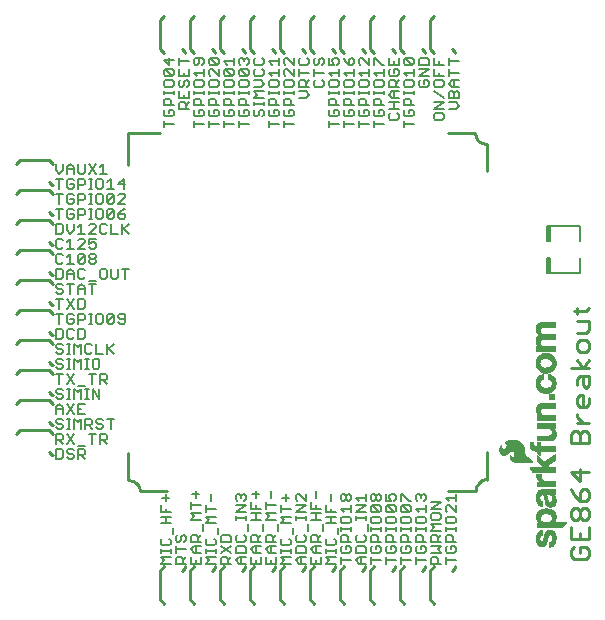
<source format=gto>
G75*
G70*
%OFA0B0*%
%FSLAX24Y24*%
%IPPOS*%
%LPD*%
%AMOC8*
5,1,8,0,0,1.08239X$1,22.5*
%
%ADD10C,0.0110*%
%ADD11C,0.0060*%
%ADD12C,0.0100*%
%ADD13C,0.0010*%
%ADD14R,0.0191X0.0195*%
%ADD15C,0.0050*%
D10*
X020233Y003331D02*
X020331Y003233D01*
X020725Y003233D01*
X020823Y003331D01*
X020823Y003528D01*
X020725Y003627D01*
X020528Y003627D01*
X020528Y003430D01*
X020331Y003627D02*
X020233Y003528D01*
X020233Y003331D01*
X020233Y003878D02*
X020823Y003878D01*
X020823Y004271D01*
X020725Y004522D02*
X020626Y004522D01*
X020528Y004620D01*
X020528Y004817D01*
X020626Y004916D01*
X020725Y004916D01*
X020823Y004817D01*
X020823Y004620D01*
X020725Y004522D01*
X020528Y004620D02*
X020429Y004522D01*
X020331Y004522D01*
X020233Y004620D01*
X020233Y004817D01*
X020331Y004916D01*
X020429Y004916D01*
X020528Y004817D01*
X020528Y005167D02*
X020528Y005462D01*
X020626Y005560D01*
X020725Y005560D01*
X020823Y005462D01*
X020823Y005265D01*
X020725Y005167D01*
X020528Y005167D01*
X020331Y005363D01*
X020233Y005560D01*
X020528Y005811D02*
X020233Y006106D01*
X020823Y006106D01*
X020528Y006205D02*
X020528Y005811D01*
X020528Y007100D02*
X020528Y007395D01*
X020626Y007494D01*
X020725Y007494D01*
X020823Y007395D01*
X020823Y007100D01*
X020233Y007100D01*
X020233Y007395D01*
X020331Y007494D01*
X020429Y007494D01*
X020528Y007395D01*
X020626Y007745D02*
X020429Y007942D01*
X020429Y008040D01*
X020528Y008282D02*
X020429Y008380D01*
X020429Y008577D01*
X020528Y008675D01*
X020626Y008675D01*
X020626Y008282D01*
X020528Y008282D02*
X020725Y008282D01*
X020823Y008380D01*
X020823Y008577D01*
X020725Y008926D02*
X020626Y009025D01*
X020626Y009320D01*
X020528Y009320D02*
X020823Y009320D01*
X020823Y009025D01*
X020725Y008926D01*
X020429Y009025D02*
X020429Y009222D01*
X020528Y009320D01*
X020626Y009571D02*
X020429Y009866D01*
X020528Y010108D02*
X020725Y010108D01*
X020823Y010206D01*
X020823Y010403D01*
X020725Y010502D01*
X020528Y010502D01*
X020429Y010403D01*
X020429Y010206D01*
X020528Y010108D01*
X020823Y009866D02*
X020626Y009571D01*
X020823Y009571D02*
X020233Y009571D01*
X020429Y010752D02*
X020725Y010752D01*
X020823Y010851D01*
X020823Y011146D01*
X020429Y011146D01*
X020429Y011397D02*
X020429Y011594D01*
X020331Y011495D02*
X020725Y011495D01*
X020823Y011594D01*
X020823Y007745D02*
X020429Y007745D01*
X020233Y004271D02*
X020233Y003878D01*
X020528Y003878D02*
X020528Y004074D01*
D11*
X016398Y004163D02*
X016398Y004276D01*
X016398Y004220D02*
X016058Y004220D01*
X016058Y004276D02*
X016058Y004163D01*
X016114Y004021D02*
X016228Y004021D01*
X016285Y003965D01*
X016285Y003795D01*
X016398Y003795D02*
X016058Y003795D01*
X016058Y003965D01*
X016114Y004021D01*
X015898Y004021D02*
X015785Y003908D01*
X015785Y003965D02*
X015785Y003795D01*
X015898Y003795D02*
X015558Y003795D01*
X015558Y003965D01*
X015614Y004021D01*
X015728Y004021D01*
X015785Y003965D01*
X015898Y004163D02*
X015558Y004163D01*
X015671Y004276D01*
X015558Y004390D01*
X015898Y004390D01*
X015841Y004531D02*
X015898Y004588D01*
X015898Y004701D01*
X015841Y004758D01*
X015614Y004758D01*
X015558Y004701D01*
X015558Y004588D01*
X015614Y004531D01*
X015841Y004531D01*
X016058Y004579D02*
X016114Y004635D01*
X016341Y004635D01*
X016398Y004579D01*
X016398Y004465D01*
X016341Y004408D01*
X016114Y004408D01*
X016058Y004465D01*
X016058Y004579D01*
X016114Y004777D02*
X016058Y004833D01*
X016058Y004947D01*
X016114Y005004D01*
X016171Y005004D01*
X016398Y004777D01*
X016398Y005004D01*
X016398Y005145D02*
X016398Y005372D01*
X016398Y005259D02*
X016058Y005259D01*
X016171Y005145D01*
X015898Y005126D02*
X015558Y005126D01*
X015398Y005202D02*
X015341Y005145D01*
X015398Y005202D02*
X015398Y005315D01*
X015341Y005372D01*
X015285Y005372D01*
X015228Y005315D01*
X015228Y005259D01*
X015228Y005315D02*
X015171Y005372D01*
X015114Y005372D01*
X015058Y005315D01*
X015058Y005202D01*
X015114Y005145D01*
X014898Y005145D02*
X014841Y005145D01*
X014614Y005372D01*
X014558Y005372D01*
X014558Y005145D01*
X014614Y005004D02*
X014841Y004777D01*
X014898Y004833D01*
X014898Y004947D01*
X014841Y005004D01*
X014614Y005004D01*
X014558Y004947D01*
X014558Y004833D01*
X014614Y004777D01*
X014841Y004777D01*
X014841Y004635D02*
X014614Y004635D01*
X014558Y004579D01*
X014558Y004465D01*
X014614Y004408D01*
X014841Y004408D01*
X014898Y004465D01*
X014898Y004579D01*
X014841Y004635D01*
X015058Y004579D02*
X015114Y004635D01*
X015341Y004635D01*
X015398Y004579D01*
X015398Y004465D01*
X015341Y004408D01*
X015114Y004408D01*
X015058Y004465D01*
X015058Y004579D01*
X015171Y004777D02*
X015058Y004890D01*
X015398Y004890D01*
X015398Y004777D02*
X015398Y005004D01*
X015558Y004900D02*
X015898Y005126D01*
X015898Y004900D02*
X015558Y004900D01*
X015398Y004276D02*
X015398Y004163D01*
X015398Y004220D02*
X015058Y004220D01*
X015058Y004276D02*
X015058Y004163D01*
X015114Y004021D02*
X015228Y004021D01*
X015285Y003965D01*
X015285Y003795D01*
X015398Y003795D02*
X015058Y003795D01*
X015058Y003965D01*
X015114Y004021D01*
X014898Y004163D02*
X014898Y004276D01*
X014898Y004220D02*
X014558Y004220D01*
X014558Y004276D02*
X014558Y004163D01*
X014614Y004021D02*
X014728Y004021D01*
X014785Y003965D01*
X014785Y003795D01*
X014898Y003795D02*
X014558Y003795D01*
X014558Y003965D01*
X014614Y004021D01*
X014398Y004163D02*
X014398Y004276D01*
X014398Y004220D02*
X014058Y004220D01*
X014058Y004276D02*
X014058Y004163D01*
X014114Y004021D02*
X014228Y004021D01*
X014285Y003965D01*
X014285Y003795D01*
X014398Y003795D02*
X014058Y003795D01*
X014058Y003965D01*
X014114Y004021D01*
X013898Y004163D02*
X013898Y004276D01*
X013898Y004220D02*
X013558Y004220D01*
X013558Y004276D02*
X013558Y004163D01*
X013455Y004163D02*
X013455Y004390D01*
X013558Y004465D02*
X013614Y004408D01*
X013841Y004408D01*
X013898Y004465D01*
X013898Y004579D01*
X013841Y004635D01*
X013614Y004635D01*
X013558Y004579D01*
X013558Y004465D01*
X013398Y004531D02*
X013398Y004645D01*
X013398Y004588D02*
X013058Y004588D01*
X013058Y004531D02*
X013058Y004645D01*
X013058Y004777D02*
X013398Y005004D01*
X013058Y005004D01*
X012898Y005004D02*
X012898Y004777D01*
X012898Y004890D02*
X012558Y004890D01*
X012671Y004777D01*
X012614Y004635D02*
X012558Y004579D01*
X012558Y004465D01*
X012614Y004408D01*
X012841Y004408D01*
X012898Y004465D01*
X012898Y004579D01*
X012841Y004635D01*
X012614Y004635D01*
X012398Y004635D02*
X012058Y004635D01*
X012058Y004777D02*
X012058Y005004D01*
X011898Y004900D02*
X011558Y004900D01*
X011558Y005126D01*
X011398Y005145D02*
X011171Y005372D01*
X011114Y005372D01*
X011058Y005315D01*
X011058Y005202D01*
X011114Y005145D01*
X011058Y005004D02*
X011398Y005004D01*
X011058Y004777D01*
X011398Y004777D01*
X011398Y004645D02*
X011398Y004531D01*
X011398Y004588D02*
X011058Y004588D01*
X011058Y004531D02*
X011058Y004645D01*
X010898Y004635D02*
X010558Y004635D01*
X010671Y004522D01*
X010558Y004408D01*
X010898Y004408D01*
X010955Y004267D02*
X010955Y004040D01*
X011058Y003965D02*
X011058Y003851D01*
X011114Y003795D01*
X011341Y003795D01*
X011398Y003851D01*
X011398Y003965D01*
X011341Y004021D01*
X011455Y004163D02*
X011455Y004390D01*
X011558Y004531D02*
X011898Y004531D01*
X011955Y004390D02*
X011955Y004163D01*
X011898Y004021D02*
X011785Y003908D01*
X011785Y003965D02*
X011785Y003795D01*
X011898Y003795D02*
X011558Y003795D01*
X011558Y003965D01*
X011614Y004021D01*
X011728Y004021D01*
X011785Y003965D01*
X012058Y003842D02*
X012058Y003729D01*
X012114Y003672D01*
X012341Y003672D01*
X012398Y003729D01*
X012398Y003842D01*
X012341Y003899D01*
X012455Y004040D02*
X012455Y004267D01*
X012558Y004276D02*
X012558Y004163D01*
X012558Y004220D02*
X012898Y004220D01*
X012898Y004276D02*
X012898Y004163D01*
X012728Y004021D02*
X012614Y004021D01*
X012558Y003965D01*
X012558Y003795D01*
X012898Y003795D01*
X012785Y003795D02*
X012785Y003965D01*
X012728Y004021D01*
X013058Y003965D02*
X013058Y003851D01*
X013114Y003795D01*
X013341Y003795D01*
X013398Y003851D01*
X013398Y003965D01*
X013341Y004021D01*
X013558Y003965D02*
X013558Y003795D01*
X013898Y003795D01*
X013785Y003795D02*
X013785Y003965D01*
X013728Y004021D01*
X013614Y004021D01*
X013558Y003965D01*
X013614Y003653D02*
X013558Y003596D01*
X013558Y003483D01*
X013614Y003426D01*
X013841Y003426D01*
X013898Y003483D01*
X013898Y003596D01*
X013841Y003653D01*
X013728Y003653D01*
X013728Y003540D01*
X013558Y003285D02*
X013558Y003058D01*
X013558Y003171D02*
X013898Y003171D01*
X014058Y003171D02*
X014398Y003171D01*
X014558Y003171D02*
X014898Y003171D01*
X015058Y003171D02*
X015398Y003171D01*
X015558Y003228D02*
X015614Y003285D01*
X015728Y003285D01*
X015785Y003228D01*
X015785Y003058D01*
X015898Y003058D02*
X015558Y003058D01*
X015558Y003228D01*
X015558Y003426D02*
X015898Y003426D01*
X015785Y003540D01*
X015898Y003653D01*
X015558Y003653D01*
X015398Y003596D02*
X015341Y003653D01*
X015228Y003653D01*
X015228Y003540D01*
X015114Y003653D02*
X015058Y003596D01*
X015058Y003483D01*
X015114Y003426D01*
X015341Y003426D01*
X015398Y003483D01*
X015398Y003596D01*
X015058Y003285D02*
X015058Y003058D01*
X014841Y003426D02*
X014898Y003483D01*
X014898Y003596D01*
X014841Y003653D01*
X014728Y003653D01*
X014728Y003540D01*
X014614Y003653D02*
X014558Y003596D01*
X014558Y003483D01*
X014614Y003426D01*
X014841Y003426D01*
X014558Y003285D02*
X014558Y003058D01*
X014341Y003426D02*
X014398Y003483D01*
X014398Y003596D01*
X014341Y003653D01*
X014228Y003653D01*
X014228Y003540D01*
X014114Y003653D02*
X014058Y003596D01*
X014058Y003483D01*
X014114Y003426D01*
X014341Y003426D01*
X014058Y003285D02*
X014058Y003058D01*
X013398Y003058D02*
X013171Y003058D01*
X013058Y003171D01*
X013171Y003285D01*
X013398Y003285D01*
X013398Y003426D02*
X013398Y003596D01*
X013341Y003653D01*
X013114Y003653D01*
X013058Y003596D01*
X013058Y003426D01*
X013398Y003426D01*
X013228Y003285D02*
X013228Y003058D01*
X012898Y003171D02*
X012558Y003171D01*
X012558Y003058D02*
X012558Y003285D01*
X012614Y003426D02*
X012841Y003426D01*
X012898Y003483D01*
X012898Y003596D01*
X012841Y003653D01*
X012728Y003653D01*
X012728Y003540D01*
X012614Y003653D02*
X012558Y003596D01*
X012558Y003483D01*
X012614Y003426D01*
X012398Y003426D02*
X012398Y003540D01*
X012398Y003483D02*
X012058Y003483D01*
X012058Y003426D02*
X012058Y003540D01*
X011898Y003653D02*
X011671Y003653D01*
X011558Y003540D01*
X011671Y003426D01*
X011898Y003426D01*
X011898Y003285D02*
X011898Y003058D01*
X011558Y003058D01*
X011558Y003285D01*
X011398Y003285D02*
X011171Y003285D01*
X011058Y003171D01*
X011171Y003058D01*
X011398Y003058D01*
X011228Y003058D02*
X011228Y003285D01*
X011398Y003426D02*
X011398Y003596D01*
X011341Y003653D01*
X011114Y003653D01*
X011058Y003596D01*
X011058Y003426D01*
X011398Y003426D01*
X011728Y003426D02*
X011728Y003653D01*
X012058Y003842D02*
X012114Y003899D01*
X012058Y003285D02*
X012398Y003285D01*
X012398Y003058D02*
X012058Y003058D01*
X012171Y003171D01*
X012058Y003285D01*
X011728Y003171D02*
X011728Y003058D01*
X010898Y003058D02*
X010558Y003058D01*
X010671Y003171D01*
X010558Y003285D01*
X010898Y003285D01*
X010898Y003426D02*
X010898Y003540D01*
X010898Y003483D02*
X010558Y003483D01*
X010558Y003426D02*
X010558Y003540D01*
X010614Y003672D02*
X010841Y003672D01*
X010898Y003729D01*
X010898Y003842D01*
X010841Y003899D01*
X011058Y003965D02*
X011114Y004021D01*
X010614Y003899D02*
X010558Y003842D01*
X010558Y003729D01*
X010614Y003672D01*
X010398Y003653D02*
X010171Y003653D01*
X010058Y003540D01*
X010171Y003426D01*
X010398Y003426D01*
X010398Y003285D02*
X010398Y003058D01*
X010058Y003058D01*
X010058Y003285D01*
X009898Y003285D02*
X009898Y003058D01*
X009558Y003058D01*
X009558Y003285D01*
X009398Y003285D02*
X009171Y003285D01*
X009058Y003171D01*
X009171Y003058D01*
X009398Y003058D01*
X009228Y003058D02*
X009228Y003285D01*
X009398Y003426D02*
X009398Y003596D01*
X009341Y003653D01*
X009114Y003653D01*
X009058Y003596D01*
X009058Y003426D01*
X009398Y003426D01*
X009558Y003540D02*
X009671Y003653D01*
X009898Y003653D01*
X009898Y003795D02*
X009558Y003795D01*
X009558Y003965D01*
X009614Y004021D01*
X009728Y004021D01*
X009785Y003965D01*
X009785Y003795D01*
X009785Y003908D02*
X009898Y004021D01*
X009955Y004163D02*
X009955Y004390D01*
X009898Y004531D02*
X009558Y004531D01*
X009398Y004531D02*
X009398Y004645D01*
X009398Y004588D02*
X009058Y004588D01*
X009058Y004531D02*
X009058Y004645D01*
X009058Y004777D02*
X009398Y005004D01*
X009058Y005004D01*
X009114Y005145D02*
X009058Y005202D01*
X009058Y005315D01*
X009114Y005372D01*
X009171Y005372D01*
X009228Y005315D01*
X009285Y005372D01*
X009341Y005372D01*
X009398Y005315D01*
X009398Y005202D01*
X009341Y005145D01*
X009228Y005259D02*
X009228Y005315D01*
X009558Y005126D02*
X009558Y004900D01*
X009898Y004900D01*
X009898Y004758D02*
X009558Y004758D01*
X009398Y004777D02*
X009058Y004777D01*
X009455Y004390D02*
X009455Y004163D01*
X009341Y004021D02*
X009398Y003965D01*
X009398Y003851D01*
X009341Y003795D01*
X009114Y003795D01*
X009058Y003851D01*
X009058Y003965D01*
X009114Y004021D01*
X008898Y003965D02*
X008898Y003795D01*
X008558Y003795D01*
X008558Y003965D01*
X008614Y004021D01*
X008841Y004021D01*
X008898Y003965D01*
X008898Y003653D02*
X008558Y003426D01*
X008614Y003285D02*
X008728Y003285D01*
X008785Y003228D01*
X008785Y003058D01*
X008898Y003058D02*
X008558Y003058D01*
X008558Y003228D01*
X008614Y003285D01*
X008785Y003171D02*
X008898Y003285D01*
X008898Y003426D02*
X008558Y003653D01*
X008398Y003729D02*
X008398Y003842D01*
X008341Y003899D01*
X008398Y003729D02*
X008341Y003672D01*
X008114Y003672D01*
X008058Y003729D01*
X008058Y003842D01*
X008114Y003899D01*
X007898Y003795D02*
X007558Y003795D01*
X007558Y003965D01*
X007614Y004021D01*
X007728Y004021D01*
X007785Y003965D01*
X007785Y003795D01*
X007785Y003908D02*
X007898Y004021D01*
X007955Y004163D02*
X007955Y004390D01*
X008058Y004408D02*
X008171Y004522D01*
X008058Y004635D01*
X008398Y004635D01*
X008398Y004408D02*
X008058Y004408D01*
X007898Y004531D02*
X007558Y004531D01*
X007671Y004645D01*
X007558Y004758D01*
X007898Y004758D01*
X008058Y004777D02*
X008058Y005004D01*
X008058Y004890D02*
X008398Y004890D01*
X008228Y005145D02*
X008228Y005372D01*
X007841Y005381D02*
X007614Y005381D01*
X007728Y005268D02*
X007728Y005495D01*
X007558Y005126D02*
X007558Y004900D01*
X007558Y005013D02*
X007898Y005013D01*
X008455Y004267D02*
X008455Y004040D01*
X008398Y003540D02*
X008398Y003426D01*
X008398Y003483D02*
X008058Y003483D01*
X008058Y003426D02*
X008058Y003540D01*
X007898Y003653D02*
X007671Y003653D01*
X007558Y003540D01*
X007671Y003426D01*
X007898Y003426D01*
X007898Y003285D02*
X007898Y003058D01*
X007558Y003058D01*
X007558Y003285D01*
X007398Y003285D02*
X007285Y003171D01*
X007285Y003228D02*
X007285Y003058D01*
X007398Y003058D02*
X007058Y003058D01*
X007058Y003228D01*
X007114Y003285D01*
X007228Y003285D01*
X007285Y003228D01*
X007058Y003426D02*
X007058Y003653D01*
X007058Y003540D02*
X007398Y003540D01*
X007341Y003795D02*
X007398Y003851D01*
X007398Y003965D01*
X007341Y004021D01*
X007285Y004021D01*
X007228Y003965D01*
X007228Y003851D01*
X007171Y003795D01*
X007114Y003795D01*
X007058Y003851D01*
X007058Y003965D01*
X007114Y004021D01*
X006955Y004040D02*
X006955Y004267D01*
X006898Y004408D02*
X006558Y004408D01*
X006728Y004408D02*
X006728Y004635D01*
X006728Y004777D02*
X006728Y004890D01*
X006898Y004777D02*
X006558Y004777D01*
X006558Y005004D01*
X006728Y005145D02*
X006728Y005372D01*
X006841Y005259D02*
X006614Y005259D01*
X006558Y004635D02*
X006898Y004635D01*
X006841Y003899D02*
X006898Y003842D01*
X006898Y003729D01*
X006841Y003672D01*
X006614Y003672D01*
X006558Y003729D01*
X006558Y003842D01*
X006614Y003899D01*
X006558Y003540D02*
X006558Y003426D01*
X006558Y003483D02*
X006898Y003483D01*
X006898Y003426D02*
X006898Y003540D01*
X006898Y003285D02*
X006558Y003285D01*
X006671Y003171D01*
X006558Y003058D01*
X006898Y003058D01*
X007728Y003058D02*
X007728Y003171D01*
X007728Y003426D02*
X007728Y003653D01*
X008058Y003285D02*
X008171Y003171D01*
X008058Y003058D01*
X008398Y003058D01*
X008398Y003285D02*
X008058Y003285D01*
X009558Y003540D02*
X009671Y003426D01*
X009898Y003426D01*
X009728Y003426D02*
X009728Y003653D01*
X010058Y003795D02*
X010058Y003965D01*
X010114Y004021D01*
X010228Y004021D01*
X010285Y003965D01*
X010285Y003795D01*
X010398Y003795D02*
X010058Y003795D01*
X010228Y003653D02*
X010228Y003426D01*
X010228Y003171D02*
X010228Y003058D01*
X009728Y003058D02*
X009728Y003171D01*
X010285Y003908D02*
X010398Y004021D01*
X010455Y004163D02*
X010455Y004390D01*
X010398Y004531D02*
X010058Y004531D01*
X010171Y004645D01*
X010058Y004758D01*
X010398Y004758D01*
X010558Y004777D02*
X010558Y005004D01*
X010558Y004890D02*
X010898Y004890D01*
X010728Y005145D02*
X010728Y005372D01*
X010841Y005259D02*
X010614Y005259D01*
X010398Y005013D02*
X010058Y005013D01*
X010058Y004900D02*
X010058Y005126D01*
X010228Y005268D02*
X010228Y005495D01*
X009841Y005381D02*
X009614Y005381D01*
X009728Y005268D02*
X009728Y005495D01*
X009728Y005013D02*
X009728Y004900D01*
X009728Y004758D02*
X009728Y004531D01*
X011398Y005145D02*
X011398Y005372D01*
X011728Y005268D02*
X011728Y005495D01*
X011728Y005013D02*
X011728Y004900D01*
X011728Y004758D02*
X011728Y004531D01*
X011558Y004758D02*
X011898Y004758D01*
X012058Y004777D02*
X012398Y004777D01*
X012228Y004777D02*
X012228Y004890D01*
X012228Y004635D02*
X012228Y004408D01*
X012398Y004408D02*
X012058Y004408D01*
X012228Y005145D02*
X012228Y005372D01*
X012558Y005315D02*
X012558Y005202D01*
X012614Y005145D01*
X012671Y005145D01*
X012728Y005202D01*
X012728Y005315D01*
X012785Y005372D01*
X012841Y005372D01*
X012898Y005315D01*
X012898Y005202D01*
X012841Y005145D01*
X012785Y005145D01*
X012728Y005202D01*
X012728Y005315D02*
X012671Y005372D01*
X012614Y005372D01*
X012558Y005315D01*
X013058Y005259D02*
X013398Y005259D01*
X013398Y005372D02*
X013398Y005145D01*
X013558Y005202D02*
X013558Y005315D01*
X013614Y005372D01*
X013671Y005372D01*
X013728Y005315D01*
X013728Y005202D01*
X013671Y005145D01*
X013614Y005145D01*
X013558Y005202D01*
X013728Y005202D02*
X013785Y005145D01*
X013841Y005145D01*
X013898Y005202D01*
X013898Y005315D01*
X013841Y005372D01*
X013785Y005372D01*
X013728Y005315D01*
X013841Y005004D02*
X013614Y005004D01*
X013841Y004777D01*
X013898Y004833D01*
X013898Y004947D01*
X013841Y005004D01*
X014058Y004947D02*
X014058Y004833D01*
X014114Y004777D01*
X014341Y004777D01*
X014114Y005004D01*
X014341Y005004D01*
X014398Y004947D01*
X014398Y004833D01*
X014341Y004777D01*
X014341Y004635D02*
X014114Y004635D01*
X014058Y004579D01*
X014058Y004465D01*
X014114Y004408D01*
X014341Y004408D01*
X014398Y004465D01*
X014398Y004579D01*
X014341Y004635D01*
X014058Y004947D02*
X014114Y005004D01*
X014058Y005145D02*
X014228Y005145D01*
X014171Y005259D01*
X014171Y005315D01*
X014228Y005372D01*
X014341Y005372D01*
X014398Y005315D01*
X014398Y005202D01*
X014341Y005145D01*
X014058Y005145D02*
X014058Y005372D01*
X013614Y005004D02*
X013558Y004947D01*
X013558Y004833D01*
X013614Y004777D01*
X013841Y004777D01*
X013398Y004777D02*
X013058Y004777D01*
X013171Y005145D02*
X013058Y005259D01*
X013114Y004021D02*
X013058Y003965D01*
X016058Y003596D02*
X016058Y003483D01*
X016114Y003426D01*
X016341Y003426D01*
X016398Y003483D01*
X016398Y003596D01*
X016341Y003653D01*
X016228Y003653D01*
X016228Y003540D01*
X016114Y003653D02*
X016058Y003596D01*
X016058Y003285D02*
X016058Y003058D01*
X016058Y003171D02*
X016398Y003171D01*
X005372Y011115D02*
X005372Y011342D01*
X005315Y011398D01*
X005202Y011398D01*
X005145Y011342D01*
X005145Y011285D01*
X005202Y011228D01*
X005372Y011228D01*
X005372Y011115D02*
X005315Y011058D01*
X005202Y011058D01*
X005145Y011115D01*
X005004Y011115D02*
X004947Y011058D01*
X004833Y011058D01*
X004777Y011115D01*
X005004Y011342D01*
X005004Y011115D01*
X005004Y011342D02*
X004947Y011398D01*
X004833Y011398D01*
X004777Y011342D01*
X004777Y011115D01*
X004635Y011115D02*
X004579Y011058D01*
X004465Y011058D01*
X004408Y011115D01*
X004408Y011342D01*
X004465Y011398D01*
X004579Y011398D01*
X004635Y011342D01*
X004635Y011115D01*
X004276Y011058D02*
X004163Y011058D01*
X004220Y011058D02*
X004220Y011398D01*
X004276Y011398D02*
X004163Y011398D01*
X004021Y011342D02*
X004021Y011228D01*
X003965Y011171D01*
X003795Y011171D01*
X003795Y011058D02*
X003795Y011398D01*
X003965Y011398D01*
X004021Y011342D01*
X003965Y011558D02*
X004021Y011615D01*
X004021Y011842D01*
X003965Y011898D01*
X003795Y011898D01*
X003795Y011558D01*
X003965Y011558D01*
X003653Y011558D02*
X003426Y011898D01*
X003285Y011898D02*
X003058Y011898D01*
X003171Y011898D02*
X003171Y011558D01*
X003171Y011398D02*
X003171Y011058D01*
X003228Y010898D02*
X003058Y010898D01*
X003058Y010558D01*
X003228Y010558D01*
X003285Y010615D01*
X003285Y010842D01*
X003228Y010898D01*
X003426Y010842D02*
X003426Y010615D01*
X003483Y010558D01*
X003596Y010558D01*
X003653Y010615D01*
X003795Y010558D02*
X003965Y010558D01*
X004021Y010615D01*
X004021Y010842D01*
X003965Y010898D01*
X003795Y010898D01*
X003795Y010558D01*
X003899Y010398D02*
X003899Y010058D01*
X004040Y010115D02*
X004040Y010342D01*
X004097Y010398D01*
X004210Y010398D01*
X004267Y010342D01*
X004408Y010398D02*
X004408Y010058D01*
X004635Y010058D01*
X004777Y010058D02*
X004777Y010398D01*
X004833Y010228D02*
X005004Y010058D01*
X004777Y010171D02*
X005004Y010398D01*
X004456Y009898D02*
X004342Y009898D01*
X004286Y009842D01*
X004286Y009615D01*
X004342Y009558D01*
X004456Y009558D01*
X004513Y009615D01*
X004513Y009842D01*
X004456Y009898D01*
X004267Y010115D02*
X004210Y010058D01*
X004097Y010058D01*
X004040Y010115D01*
X004040Y009898D02*
X004154Y009898D01*
X004097Y009898D02*
X004097Y009558D01*
X004040Y009558D02*
X004154Y009558D01*
X004163Y009398D02*
X004390Y009398D01*
X004276Y009398D02*
X004276Y009058D01*
X004286Y008898D02*
X004513Y008558D01*
X004513Y008898D01*
X004531Y009058D02*
X004531Y009398D01*
X004701Y009398D01*
X004758Y009342D01*
X004758Y009228D01*
X004701Y009171D01*
X004531Y009171D01*
X004645Y009171D02*
X004758Y009058D01*
X004286Y008898D02*
X004286Y008558D01*
X004154Y008558D02*
X004040Y008558D01*
X004097Y008558D02*
X004097Y008898D01*
X004040Y008898D02*
X004154Y008898D01*
X004021Y009001D02*
X003795Y009001D01*
X003899Y008898D02*
X003899Y008558D01*
X003795Y008398D02*
X003795Y008058D01*
X004021Y008058D01*
X004040Y007898D02*
X004210Y007898D01*
X004267Y007842D01*
X004267Y007728D01*
X004210Y007671D01*
X004040Y007671D01*
X004040Y007558D02*
X004040Y007898D01*
X003899Y007898D02*
X003785Y007785D01*
X003672Y007898D01*
X003672Y007558D01*
X003540Y007558D02*
X003426Y007558D01*
X003483Y007558D02*
X003483Y007898D01*
X003426Y007898D02*
X003540Y007898D01*
X003653Y008058D02*
X003426Y008398D01*
X003426Y008558D02*
X003540Y008558D01*
X003483Y008558D02*
X003483Y008898D01*
X003426Y008898D02*
X003540Y008898D01*
X003672Y008898D02*
X003672Y008558D01*
X003653Y008398D02*
X003426Y008058D01*
X003285Y008058D02*
X003285Y008285D01*
X003171Y008398D01*
X003058Y008285D01*
X003058Y008058D01*
X003115Y007898D02*
X003058Y007842D01*
X003058Y007785D01*
X003115Y007728D01*
X003228Y007728D01*
X003285Y007671D01*
X003285Y007615D01*
X003228Y007558D01*
X003115Y007558D01*
X003058Y007615D01*
X003058Y007398D02*
X003228Y007398D01*
X003285Y007342D01*
X003285Y007228D01*
X003228Y007171D01*
X003058Y007171D01*
X003058Y007058D02*
X003058Y007398D01*
X003171Y007171D02*
X003285Y007058D01*
X003426Y007058D02*
X003653Y007398D01*
X003426Y007398D02*
X003653Y007058D01*
X003795Y007001D02*
X004021Y007001D01*
X003965Y006898D02*
X004021Y006842D01*
X004021Y006728D01*
X003965Y006671D01*
X003795Y006671D01*
X003795Y006558D02*
X003795Y006898D01*
X003965Y006898D01*
X003908Y006671D02*
X004021Y006558D01*
X003653Y006615D02*
X003596Y006558D01*
X003483Y006558D01*
X003426Y006615D01*
X003483Y006728D02*
X003596Y006728D01*
X003653Y006671D01*
X003653Y006615D01*
X003483Y006728D02*
X003426Y006785D01*
X003426Y006842D01*
X003483Y006898D01*
X003596Y006898D01*
X003653Y006842D01*
X003285Y006842D02*
X003285Y006615D01*
X003228Y006558D01*
X003058Y006558D01*
X003058Y006898D01*
X003228Y006898D01*
X003285Y006842D01*
X003899Y007558D02*
X003899Y007898D01*
X003908Y008228D02*
X003795Y008228D01*
X003795Y008398D02*
X004021Y008398D01*
X003785Y008785D02*
X003672Y008898D01*
X003785Y008785D02*
X003899Y008898D01*
X003653Y009058D02*
X003426Y009398D01*
X003285Y009398D02*
X003058Y009398D01*
X003171Y009398D02*
X003171Y009058D01*
X003115Y008898D02*
X003058Y008842D01*
X003058Y008785D01*
X003115Y008728D01*
X003228Y008728D01*
X003285Y008671D01*
X003285Y008615D01*
X003228Y008558D01*
X003115Y008558D01*
X003058Y008615D01*
X003115Y008898D02*
X003228Y008898D01*
X003285Y008842D01*
X003426Y009058D02*
X003653Y009398D01*
X003672Y009558D02*
X003672Y009898D01*
X003785Y009785D01*
X003899Y009898D01*
X003899Y009558D01*
X003540Y009558D02*
X003426Y009558D01*
X003483Y009558D02*
X003483Y009898D01*
X003426Y009898D02*
X003540Y009898D01*
X003540Y010058D02*
X003426Y010058D01*
X003483Y010058D02*
X003483Y010398D01*
X003426Y010398D02*
X003540Y010398D01*
X003672Y010398D02*
X003785Y010285D01*
X003899Y010398D01*
X003672Y010398D02*
X003672Y010058D01*
X003285Y010115D02*
X003228Y010058D01*
X003115Y010058D01*
X003058Y010115D01*
X003115Y010228D02*
X003228Y010228D01*
X003285Y010171D01*
X003285Y010115D01*
X003115Y010228D02*
X003058Y010285D01*
X003058Y010342D01*
X003115Y010398D01*
X003228Y010398D01*
X003285Y010342D01*
X003228Y009898D02*
X003115Y009898D01*
X003058Y009842D01*
X003058Y009785D01*
X003115Y009728D01*
X003228Y009728D01*
X003285Y009671D01*
X003285Y009615D01*
X003228Y009558D01*
X003115Y009558D01*
X003058Y009615D01*
X003285Y009842D02*
X003228Y009898D01*
X003426Y010842D02*
X003483Y010898D01*
X003596Y010898D01*
X003653Y010842D01*
X003596Y011058D02*
X003483Y011058D01*
X003426Y011115D01*
X003426Y011342D01*
X003483Y011398D01*
X003596Y011398D01*
X003653Y011342D01*
X003653Y011228D02*
X003540Y011228D01*
X003653Y011228D02*
X003653Y011115D01*
X003596Y011058D01*
X003285Y011398D02*
X003058Y011398D01*
X003426Y011558D02*
X003653Y011898D01*
X003540Y012058D02*
X003540Y012398D01*
X003653Y012398D02*
X003426Y012398D01*
X003285Y012342D02*
X003228Y012398D01*
X003115Y012398D01*
X003058Y012342D01*
X003058Y012285D01*
X003115Y012228D01*
X003228Y012228D01*
X003285Y012171D01*
X003285Y012115D01*
X003228Y012058D01*
X003115Y012058D01*
X003058Y012115D01*
X003058Y012558D02*
X003228Y012558D01*
X003285Y012615D01*
X003285Y012842D01*
X003228Y012898D01*
X003058Y012898D01*
X003058Y012558D01*
X003426Y012558D02*
X003426Y012785D01*
X003540Y012898D01*
X003653Y012785D01*
X003653Y012558D01*
X003795Y012615D02*
X003795Y012842D01*
X003851Y012898D01*
X003965Y012898D01*
X004021Y012842D01*
X003965Y013058D02*
X003851Y013058D01*
X003795Y013115D01*
X004021Y013342D01*
X004021Y013115D01*
X003965Y013058D01*
X003795Y013115D02*
X003795Y013342D01*
X003851Y013398D01*
X003965Y013398D01*
X004021Y013342D01*
X004163Y013342D02*
X004163Y013285D01*
X004220Y013228D01*
X004333Y013228D01*
X004390Y013171D01*
X004390Y013115D01*
X004333Y013058D01*
X004220Y013058D01*
X004163Y013115D01*
X004163Y013171D01*
X004220Y013228D01*
X004333Y013228D02*
X004390Y013285D01*
X004390Y013342D01*
X004333Y013398D01*
X004220Y013398D01*
X004163Y013342D01*
X004220Y013558D02*
X004163Y013615D01*
X004220Y013558D02*
X004333Y013558D01*
X004390Y013615D01*
X004390Y013728D01*
X004333Y013785D01*
X004276Y013785D01*
X004163Y013728D01*
X004163Y013898D01*
X004390Y013898D01*
X004390Y014058D02*
X004163Y014058D01*
X004390Y014285D01*
X004390Y014342D01*
X004333Y014398D01*
X004220Y014398D01*
X004163Y014342D01*
X004163Y014558D02*
X004276Y014558D01*
X004220Y014558D02*
X004220Y014898D01*
X004276Y014898D02*
X004163Y014898D01*
X004021Y014842D02*
X004021Y014728D01*
X003965Y014671D01*
X003795Y014671D01*
X003795Y014558D02*
X003795Y014898D01*
X003965Y014898D01*
X004021Y014842D01*
X004163Y015058D02*
X004276Y015058D01*
X004220Y015058D02*
X004220Y015398D01*
X004276Y015398D02*
X004163Y015398D01*
X004021Y015342D02*
X004021Y015228D01*
X003965Y015171D01*
X003795Y015171D01*
X003795Y015058D02*
X003795Y015398D01*
X003965Y015398D01*
X004021Y015342D01*
X004163Y015558D02*
X004276Y015558D01*
X004220Y015558D02*
X004220Y015898D01*
X004276Y015898D02*
X004163Y015898D01*
X004021Y015842D02*
X004021Y015728D01*
X003965Y015671D01*
X003795Y015671D01*
X003795Y015558D02*
X003795Y015898D01*
X003965Y015898D01*
X004021Y015842D01*
X003965Y016058D02*
X004021Y016115D01*
X004021Y016398D01*
X004163Y016398D02*
X004390Y016058D01*
X004531Y016058D02*
X004758Y016058D01*
X004645Y016058D02*
X004645Y016398D01*
X004531Y016285D01*
X004390Y016398D02*
X004163Y016058D01*
X003965Y016058D02*
X003851Y016058D01*
X003795Y016115D01*
X003795Y016398D01*
X003653Y016285D02*
X003653Y016058D01*
X003596Y015898D02*
X003483Y015898D01*
X003426Y015842D01*
X003426Y015615D01*
X003483Y015558D01*
X003596Y015558D01*
X003653Y015615D01*
X003653Y015728D01*
X003540Y015728D01*
X003653Y015842D02*
X003596Y015898D01*
X003426Y016058D02*
X003426Y016285D01*
X003540Y016398D01*
X003653Y016285D01*
X003653Y016228D02*
X003426Y016228D01*
X003285Y016171D02*
X003171Y016058D01*
X003058Y016171D01*
X003058Y016398D01*
X003285Y016398D02*
X003285Y016171D01*
X003285Y015898D02*
X003058Y015898D01*
X003171Y015898D02*
X003171Y015558D01*
X003171Y015398D02*
X003171Y015058D01*
X003171Y014898D02*
X003171Y014558D01*
X003228Y014398D02*
X003058Y014398D01*
X003058Y014058D01*
X003228Y014058D01*
X003285Y014115D01*
X003285Y014342D01*
X003228Y014398D01*
X003426Y014398D02*
X003426Y014171D01*
X003540Y014058D01*
X003653Y014171D01*
X003653Y014398D01*
X003596Y014558D02*
X003483Y014558D01*
X003426Y014615D01*
X003426Y014842D01*
X003483Y014898D01*
X003596Y014898D01*
X003653Y014842D01*
X003653Y014728D02*
X003540Y014728D01*
X003653Y014728D02*
X003653Y014615D01*
X003596Y014558D01*
X003795Y014285D02*
X003908Y014398D01*
X003908Y014058D01*
X003795Y014058D02*
X004021Y014058D01*
X003965Y013898D02*
X004021Y013842D01*
X004021Y013785D01*
X003795Y013558D01*
X004021Y013558D01*
X003795Y013842D02*
X003851Y013898D01*
X003965Y013898D01*
X003540Y013898D02*
X003540Y013558D01*
X003653Y013558D02*
X003426Y013558D01*
X003285Y013615D02*
X003228Y013558D01*
X003115Y013558D01*
X003058Y013615D01*
X003058Y013842D01*
X003115Y013898D01*
X003228Y013898D01*
X003285Y013842D01*
X003426Y013785D02*
X003540Y013898D01*
X003540Y013398D02*
X003540Y013058D01*
X003653Y013058D02*
X003426Y013058D01*
X003285Y013115D02*
X003228Y013058D01*
X003115Y013058D01*
X003058Y013115D01*
X003058Y013342D01*
X003115Y013398D01*
X003228Y013398D01*
X003285Y013342D01*
X003426Y013285D02*
X003540Y013398D01*
X003426Y012728D02*
X003653Y012728D01*
X003795Y012615D02*
X003851Y012558D01*
X003965Y012558D01*
X004021Y012615D01*
X004163Y012501D02*
X004390Y012501D01*
X004390Y012398D02*
X004163Y012398D01*
X004276Y012398D02*
X004276Y012058D01*
X004021Y012058D02*
X004021Y012285D01*
X003908Y012398D01*
X003795Y012285D01*
X003795Y012058D01*
X003795Y012228D02*
X004021Y012228D01*
X004531Y012615D02*
X004588Y012558D01*
X004701Y012558D01*
X004758Y012615D01*
X004758Y012842D01*
X004701Y012898D01*
X004588Y012898D01*
X004531Y012842D01*
X004531Y012615D01*
X004900Y012615D02*
X004956Y012558D01*
X005070Y012558D01*
X005126Y012615D01*
X005126Y012898D01*
X005268Y012898D02*
X005495Y012898D01*
X005381Y012898D02*
X005381Y012558D01*
X004900Y012615D02*
X004900Y012898D01*
X004900Y014058D02*
X005126Y014058D01*
X005268Y014058D02*
X005268Y014398D01*
X005315Y014558D02*
X005372Y014615D01*
X005372Y014671D01*
X005315Y014728D01*
X005145Y014728D01*
X005145Y014615D01*
X005202Y014558D01*
X005315Y014558D01*
X005495Y014398D02*
X005268Y014171D01*
X005325Y014228D02*
X005495Y014058D01*
X004900Y014058D02*
X004900Y014398D01*
X004758Y014342D02*
X004701Y014398D01*
X004588Y014398D01*
X004531Y014342D01*
X004531Y014115D01*
X004588Y014058D01*
X004701Y014058D01*
X004758Y014115D01*
X004833Y014558D02*
X004777Y014615D01*
X005004Y014842D01*
X005004Y014615D01*
X004947Y014558D01*
X004833Y014558D01*
X004777Y014615D02*
X004777Y014842D01*
X004833Y014898D01*
X004947Y014898D01*
X005004Y014842D01*
X005145Y014728D02*
X005259Y014842D01*
X005372Y014898D01*
X005372Y015058D02*
X005145Y015058D01*
X005372Y015285D01*
X005372Y015342D01*
X005315Y015398D01*
X005202Y015398D01*
X005145Y015342D01*
X005004Y015342D02*
X005004Y015115D01*
X004947Y015058D01*
X004833Y015058D01*
X004777Y015115D01*
X005004Y015342D01*
X004947Y015398D01*
X004833Y015398D01*
X004777Y015342D01*
X004777Y015115D01*
X004635Y015115D02*
X004635Y015342D01*
X004579Y015398D01*
X004465Y015398D01*
X004408Y015342D01*
X004408Y015115D01*
X004465Y015058D01*
X004579Y015058D01*
X004635Y015115D01*
X004579Y014898D02*
X004635Y014842D01*
X004635Y014615D01*
X004579Y014558D01*
X004465Y014558D01*
X004408Y014615D01*
X004408Y014842D01*
X004465Y014898D01*
X004579Y014898D01*
X004579Y015558D02*
X004635Y015615D01*
X004635Y015842D01*
X004579Y015898D01*
X004465Y015898D01*
X004408Y015842D01*
X004408Y015615D01*
X004465Y015558D01*
X004579Y015558D01*
X004777Y015558D02*
X005004Y015558D01*
X004890Y015558D02*
X004890Y015898D01*
X004777Y015785D01*
X005145Y015728D02*
X005372Y015728D01*
X005315Y015558D02*
X005315Y015898D01*
X005145Y015728D01*
X003653Y015342D02*
X003596Y015398D01*
X003483Y015398D01*
X003426Y015342D01*
X003426Y015115D01*
X003483Y015058D01*
X003596Y015058D01*
X003653Y015115D01*
X003653Y015228D01*
X003540Y015228D01*
X003285Y015398D02*
X003058Y015398D01*
X003058Y014898D02*
X003285Y014898D01*
X006658Y017603D02*
X006658Y017829D01*
X006658Y017716D02*
X006998Y017716D01*
X006941Y017971D02*
X006714Y017971D01*
X006658Y018028D01*
X006658Y018141D01*
X006714Y018198D01*
X006828Y018198D02*
X006828Y018084D01*
X006828Y018198D02*
X006941Y018198D01*
X006998Y018141D01*
X006998Y018028D01*
X006941Y017971D01*
X007158Y018216D02*
X007158Y018387D01*
X007214Y018443D01*
X007328Y018443D01*
X007385Y018387D01*
X007385Y018216D01*
X007498Y018216D02*
X007158Y018216D01*
X006998Y018339D02*
X006658Y018339D01*
X006658Y018509D01*
X006714Y018566D01*
X006828Y018566D01*
X006885Y018509D01*
X006885Y018339D01*
X007158Y018585D02*
X007158Y018812D01*
X007214Y018953D02*
X007271Y018953D01*
X007328Y019010D01*
X007328Y019123D01*
X007385Y019180D01*
X007441Y019180D01*
X007498Y019123D01*
X007498Y019010D01*
X007441Y018953D01*
X007498Y018812D02*
X007498Y018585D01*
X007158Y018585D01*
X007328Y018585D02*
X007328Y018698D01*
X007498Y018443D02*
X007385Y018330D01*
X007658Y018339D02*
X007658Y018509D01*
X007714Y018566D01*
X007828Y018566D01*
X007885Y018509D01*
X007885Y018339D01*
X007998Y018339D02*
X007658Y018339D01*
X007714Y018198D02*
X007658Y018141D01*
X007658Y018028D01*
X007714Y017971D01*
X007941Y017971D01*
X007998Y018028D01*
X007998Y018141D01*
X007941Y018198D01*
X007828Y018198D01*
X007828Y018084D01*
X007658Y017829D02*
X007658Y017603D01*
X007658Y017716D02*
X007998Y017716D01*
X008158Y017716D02*
X008498Y017716D01*
X008658Y017716D02*
X008998Y017716D01*
X009158Y017716D02*
X009498Y017716D01*
X009441Y017971D02*
X009214Y017971D01*
X009158Y018028D01*
X009158Y018141D01*
X009214Y018198D01*
X009328Y018198D02*
X009328Y018084D01*
X009328Y018198D02*
X009441Y018198D01*
X009498Y018141D01*
X009498Y018028D01*
X009441Y017971D01*
X009658Y018028D02*
X009714Y017971D01*
X009771Y017971D01*
X009828Y018028D01*
X009828Y018141D01*
X009885Y018198D01*
X009941Y018198D01*
X009998Y018141D01*
X009998Y018028D01*
X009941Y017971D01*
X010158Y018028D02*
X010214Y017971D01*
X010441Y017971D01*
X010498Y018028D01*
X010498Y018141D01*
X010441Y018198D01*
X010328Y018198D01*
X010328Y018084D01*
X010214Y018198D02*
X010158Y018141D01*
X010158Y018028D01*
X010158Y017829D02*
X010158Y017603D01*
X010158Y017716D02*
X010498Y017716D01*
X010658Y017716D02*
X010998Y017716D01*
X010941Y017971D02*
X010714Y017971D01*
X010658Y018028D01*
X010658Y018141D01*
X010714Y018198D01*
X010828Y018198D02*
X010828Y018084D01*
X010828Y018198D02*
X010941Y018198D01*
X010998Y018141D01*
X010998Y018028D01*
X010941Y017971D01*
X010658Y017829D02*
X010658Y017603D01*
X010658Y018339D02*
X010658Y018509D01*
X010714Y018566D01*
X010828Y018566D01*
X010885Y018509D01*
X010885Y018339D01*
X010998Y018339D02*
X010658Y018339D01*
X010498Y018339D02*
X010158Y018339D01*
X010158Y018509D01*
X010214Y018566D01*
X010328Y018566D01*
X010385Y018509D01*
X010385Y018339D01*
X010498Y018708D02*
X010498Y018821D01*
X010498Y018764D02*
X010158Y018764D01*
X010158Y018708D02*
X010158Y018821D01*
X010214Y018953D02*
X010441Y018953D01*
X010498Y019010D01*
X010498Y019123D01*
X010441Y019180D01*
X010214Y019180D01*
X010158Y019123D01*
X010158Y019010D01*
X010214Y018953D01*
X009998Y019066D02*
X009885Y019180D01*
X009658Y019180D01*
X009714Y019321D02*
X009941Y019321D01*
X009998Y019378D01*
X009998Y019491D01*
X009941Y019548D01*
X009941Y019690D02*
X009714Y019690D01*
X009658Y019746D01*
X009658Y019860D01*
X009714Y019917D01*
X009498Y019860D02*
X009498Y019746D01*
X009441Y019690D01*
X009441Y019548D02*
X009214Y019548D01*
X009441Y019321D01*
X009498Y019378D01*
X009498Y019491D01*
X009441Y019548D01*
X009658Y019491D02*
X009658Y019378D01*
X009714Y019321D01*
X009658Y019491D02*
X009714Y019548D01*
X009941Y019690D02*
X009998Y019746D01*
X009998Y019860D01*
X009941Y019917D01*
X010158Y019803D02*
X010498Y019803D01*
X010498Y019690D02*
X010498Y019917D01*
X010658Y019860D02*
X010658Y019746D01*
X010714Y019690D01*
X010714Y019548D02*
X010658Y019491D01*
X010658Y019378D01*
X010714Y019321D01*
X010714Y019180D02*
X010658Y019123D01*
X010658Y019010D01*
X010714Y018953D01*
X010941Y018953D01*
X010998Y019010D01*
X010998Y019123D01*
X010941Y019180D01*
X010714Y019180D01*
X010498Y019321D02*
X010498Y019548D01*
X010498Y019435D02*
X010158Y019435D01*
X010271Y019321D01*
X010271Y019690D02*
X010158Y019803D01*
X010658Y019860D02*
X010714Y019917D01*
X010771Y019917D01*
X010998Y019690D01*
X010998Y019917D01*
X011158Y019860D02*
X011158Y019746D01*
X011214Y019690D01*
X011441Y019690D01*
X011498Y019746D01*
X011498Y019860D01*
X011441Y019917D01*
X011658Y019860D02*
X011658Y019746D01*
X011714Y019690D01*
X011771Y019690D01*
X011828Y019746D01*
X011828Y019860D01*
X011885Y019917D01*
X011941Y019917D01*
X011998Y019860D01*
X011998Y019746D01*
X011941Y019690D01*
X012158Y019690D02*
X012158Y019917D01*
X012271Y019860D02*
X012271Y019803D01*
X012328Y019690D01*
X012158Y019690D01*
X012271Y019860D02*
X012328Y019917D01*
X012441Y019917D01*
X012498Y019860D01*
X012498Y019746D01*
X012441Y019690D01*
X012498Y019548D02*
X012498Y019321D01*
X012498Y019435D02*
X012158Y019435D01*
X012271Y019321D01*
X012214Y019180D02*
X012441Y019180D01*
X012498Y019123D01*
X012498Y019010D01*
X012441Y018953D01*
X012214Y018953D01*
X012158Y019010D01*
X012158Y019123D01*
X012214Y019180D01*
X011998Y019123D02*
X011941Y019180D01*
X011998Y019123D02*
X011998Y019010D01*
X011941Y018953D01*
X011714Y018953D01*
X011658Y019010D01*
X011658Y019123D01*
X011714Y019180D01*
X011658Y019321D02*
X011658Y019548D01*
X011658Y019435D02*
X011998Y019435D01*
X011498Y019435D02*
X011158Y019435D01*
X011158Y019548D02*
X011158Y019321D01*
X011214Y019180D02*
X011328Y019180D01*
X011385Y019123D01*
X011385Y018953D01*
X011498Y018953D02*
X011158Y018953D01*
X011158Y019123D01*
X011214Y019180D01*
X011385Y019067D02*
X011498Y019180D01*
X011385Y018812D02*
X011158Y018812D01*
X010998Y018821D02*
X010998Y018708D01*
X010998Y018764D02*
X010658Y018764D01*
X010658Y018708D02*
X010658Y018821D01*
X010998Y019321D02*
X010771Y019548D01*
X010714Y019548D01*
X010998Y019548D02*
X010998Y019321D01*
X011385Y018812D02*
X011498Y018698D01*
X011385Y018585D01*
X011158Y018585D01*
X012158Y018509D02*
X012158Y018339D01*
X012498Y018339D01*
X012385Y018339D02*
X012385Y018509D01*
X012328Y018566D01*
X012214Y018566D01*
X012158Y018509D01*
X012158Y018708D02*
X012158Y018821D01*
X012158Y018764D02*
X012498Y018764D01*
X012498Y018708D02*
X012498Y018821D01*
X012658Y018821D02*
X012658Y018708D01*
X012658Y018764D02*
X012998Y018764D01*
X012998Y018708D02*
X012998Y018821D01*
X012941Y018953D02*
X012714Y018953D01*
X012658Y019010D01*
X012658Y019123D01*
X012714Y019180D01*
X012941Y019180D01*
X012998Y019123D01*
X012998Y019010D01*
X012941Y018953D01*
X013158Y019010D02*
X013214Y018953D01*
X013441Y018953D01*
X013498Y019010D01*
X013498Y019123D01*
X013441Y019180D01*
X013214Y019180D01*
X013158Y019123D01*
X013158Y019010D01*
X013158Y018821D02*
X013158Y018708D01*
X013158Y018764D02*
X013498Y018764D01*
X013498Y018708D02*
X013498Y018821D01*
X013658Y018821D02*
X013658Y018708D01*
X013658Y018764D02*
X013998Y018764D01*
X013998Y018708D02*
X013998Y018821D01*
X013941Y018953D02*
X013714Y018953D01*
X013658Y019010D01*
X013658Y019123D01*
X013714Y019180D01*
X013941Y019180D01*
X013998Y019123D01*
X013998Y019010D01*
X013941Y018953D01*
X014158Y018953D02*
X014158Y019123D01*
X014214Y019180D01*
X014328Y019180D01*
X014385Y019123D01*
X014385Y018953D01*
X014498Y018953D02*
X014158Y018953D01*
X014271Y018812D02*
X014498Y018812D01*
X014658Y018821D02*
X014658Y018708D01*
X014658Y018764D02*
X014998Y018764D01*
X014998Y018708D02*
X014998Y018821D01*
X014941Y018953D02*
X014714Y018953D01*
X014658Y019010D01*
X014658Y019123D01*
X014714Y019180D01*
X014941Y019180D01*
X014998Y019123D01*
X014998Y019010D01*
X014941Y018953D01*
X015158Y019010D02*
X015214Y018953D01*
X015441Y018953D01*
X015498Y019010D01*
X015498Y019123D01*
X015441Y019180D01*
X015328Y019180D01*
X015328Y019067D01*
X015214Y019180D02*
X015158Y019123D01*
X015158Y019010D01*
X015158Y019321D02*
X015498Y019548D01*
X015158Y019548D01*
X015158Y019690D02*
X015158Y019860D01*
X015214Y019917D01*
X015441Y019917D01*
X015498Y019860D01*
X015498Y019690D01*
X015158Y019690D01*
X014998Y019746D02*
X014998Y019860D01*
X014941Y019917D01*
X014714Y019917D01*
X014941Y019690D01*
X014998Y019746D01*
X014941Y019690D02*
X014714Y019690D01*
X014658Y019746D01*
X014658Y019860D01*
X014714Y019917D01*
X014498Y019917D02*
X014498Y019690D01*
X014158Y019690D01*
X014158Y019917D01*
X014328Y019803D02*
X014328Y019690D01*
X014328Y019548D02*
X014328Y019435D01*
X014328Y019548D02*
X014441Y019548D01*
X014498Y019491D01*
X014498Y019378D01*
X014441Y019321D01*
X014214Y019321D01*
X014158Y019378D01*
X014158Y019491D01*
X014214Y019548D01*
X013998Y019548D02*
X013998Y019321D01*
X013998Y019435D02*
X013658Y019435D01*
X013771Y019321D01*
X013498Y019321D02*
X013498Y019548D01*
X013498Y019435D02*
X013158Y019435D01*
X013271Y019321D01*
X012998Y019321D02*
X012998Y019548D01*
X012998Y019435D02*
X012658Y019435D01*
X012771Y019321D01*
X012828Y019690D02*
X012828Y019860D01*
X012885Y019917D01*
X012941Y019917D01*
X012998Y019860D01*
X012998Y019746D01*
X012941Y019690D01*
X012828Y019690D01*
X012714Y019803D01*
X012658Y019917D01*
X013158Y019860D02*
X013158Y019746D01*
X013214Y019690D01*
X013158Y019860D02*
X013214Y019917D01*
X013271Y019917D01*
X013498Y019690D01*
X013498Y019917D01*
X013658Y019917D02*
X013658Y019690D01*
X013658Y019917D02*
X013714Y019917D01*
X013941Y019690D01*
X013998Y019690D01*
X014658Y019435D02*
X014998Y019435D01*
X014998Y019548D02*
X014998Y019321D01*
X015158Y019321D02*
X015498Y019321D01*
X015658Y019321D02*
X015658Y019548D01*
X015658Y019690D02*
X015658Y019917D01*
X015828Y019803D02*
X015828Y019690D01*
X015998Y019690D02*
X015658Y019690D01*
X015828Y019435D02*
X015828Y019321D01*
X015998Y019321D02*
X015658Y019321D01*
X015714Y019180D02*
X015658Y019123D01*
X015658Y019010D01*
X015714Y018953D01*
X015941Y018953D01*
X015998Y019010D01*
X015998Y019123D01*
X015941Y019180D01*
X015714Y019180D01*
X015658Y018812D02*
X015998Y018585D01*
X015998Y018443D02*
X015658Y018443D01*
X015658Y018216D02*
X015998Y018443D01*
X016158Y018443D02*
X016385Y018443D01*
X016498Y018330D01*
X016385Y018216D01*
X016158Y018216D01*
X015998Y018216D02*
X015658Y018216D01*
X015714Y018075D02*
X015658Y018018D01*
X015658Y017905D01*
X015714Y017848D01*
X015941Y017848D01*
X015998Y017905D01*
X015998Y018018D01*
X015941Y018075D01*
X015714Y018075D01*
X016158Y018585D02*
X016158Y018755D01*
X016214Y018812D01*
X016271Y018812D01*
X016328Y018755D01*
X016328Y018585D01*
X016328Y018755D02*
X016385Y018812D01*
X016441Y018812D01*
X016498Y018755D01*
X016498Y018585D01*
X016158Y018585D01*
X016271Y018953D02*
X016158Y019067D01*
X016271Y019180D01*
X016498Y019180D01*
X016328Y019180D02*
X016328Y018953D01*
X016271Y018953D02*
X016498Y018953D01*
X016498Y019435D02*
X016158Y019435D01*
X016158Y019548D02*
X016158Y019321D01*
X016158Y019690D02*
X016158Y019917D01*
X016158Y019803D02*
X016498Y019803D01*
X014998Y018339D02*
X014658Y018339D01*
X014658Y018509D01*
X014714Y018566D01*
X014828Y018566D01*
X014885Y018509D01*
X014885Y018339D01*
X014941Y018198D02*
X014828Y018198D01*
X014828Y018084D01*
X014941Y017971D02*
X014714Y017971D01*
X014658Y018028D01*
X014658Y018141D01*
X014714Y018198D01*
X014498Y018216D02*
X014158Y018216D01*
X014214Y018075D02*
X014158Y018018D01*
X014158Y017905D01*
X014214Y017848D01*
X014441Y017848D01*
X014498Y017905D01*
X014498Y018018D01*
X014441Y018075D01*
X014328Y018216D02*
X014328Y018443D01*
X014328Y018585D02*
X014328Y018812D01*
X014271Y018812D02*
X014158Y018698D01*
X014271Y018585D01*
X014498Y018585D01*
X014498Y018443D02*
X014158Y018443D01*
X013998Y018339D02*
X013658Y018339D01*
X013658Y018509D01*
X013714Y018566D01*
X013828Y018566D01*
X013885Y018509D01*
X013885Y018339D01*
X013941Y018198D02*
X013828Y018198D01*
X013828Y018084D01*
X013941Y017971D02*
X013998Y018028D01*
X013998Y018141D01*
X013941Y018198D01*
X013714Y018198D02*
X013658Y018141D01*
X013658Y018028D01*
X013714Y017971D01*
X013941Y017971D01*
X013998Y017716D02*
X013658Y017716D01*
X013658Y017603D02*
X013658Y017829D01*
X013498Y017716D02*
X013158Y017716D01*
X013158Y017603D02*
X013158Y017829D01*
X013214Y017971D02*
X013441Y017971D01*
X013498Y018028D01*
X013498Y018141D01*
X013441Y018198D01*
X013328Y018198D01*
X013328Y018084D01*
X013214Y017971D02*
X013158Y018028D01*
X013158Y018141D01*
X013214Y018198D01*
X013158Y018339D02*
X013158Y018509D01*
X013214Y018566D01*
X013328Y018566D01*
X013385Y018509D01*
X013385Y018339D01*
X013498Y018339D02*
X013158Y018339D01*
X012998Y018339D02*
X012658Y018339D01*
X012658Y018509D01*
X012714Y018566D01*
X012828Y018566D01*
X012885Y018509D01*
X012885Y018339D01*
X012941Y018198D02*
X012828Y018198D01*
X012828Y018084D01*
X012941Y017971D02*
X012714Y017971D01*
X012658Y018028D01*
X012658Y018141D01*
X012714Y018198D01*
X012498Y018141D02*
X012441Y018198D01*
X012328Y018198D01*
X012328Y018084D01*
X012441Y017971D02*
X012214Y017971D01*
X012158Y018028D01*
X012158Y018141D01*
X012214Y018198D01*
X012441Y017971D02*
X012498Y018028D01*
X012498Y018141D01*
X012658Y017829D02*
X012658Y017603D01*
X012658Y017716D02*
X012998Y017716D01*
X012941Y017971D02*
X012998Y018028D01*
X012998Y018141D01*
X012941Y018198D01*
X012498Y017716D02*
X012158Y017716D01*
X012158Y017603D02*
X012158Y017829D01*
X011658Y019860D02*
X011714Y019917D01*
X011214Y019917D02*
X011158Y019860D01*
X009998Y019066D02*
X009885Y018953D01*
X009658Y018953D01*
X009658Y018812D02*
X009998Y018812D01*
X009998Y018585D02*
X009658Y018585D01*
X009771Y018698D01*
X009658Y018812D01*
X009498Y018821D02*
X009498Y018708D01*
X009498Y018764D02*
X009158Y018764D01*
X009158Y018708D02*
X009158Y018821D01*
X009214Y018953D02*
X009441Y018953D01*
X009498Y019010D01*
X009498Y019123D01*
X009441Y019180D01*
X009214Y019180D01*
X009158Y019123D01*
X009158Y019010D01*
X009214Y018953D01*
X008998Y019010D02*
X008998Y019123D01*
X008941Y019180D01*
X008714Y019180D01*
X008658Y019123D01*
X008658Y019010D01*
X008714Y018953D01*
X008941Y018953D01*
X008998Y019010D01*
X008998Y018821D02*
X008998Y018708D01*
X008998Y018764D02*
X008658Y018764D01*
X008658Y018708D02*
X008658Y018821D01*
X008498Y018821D02*
X008498Y018708D01*
X008498Y018764D02*
X008158Y018764D01*
X008158Y018708D02*
X008158Y018821D01*
X008214Y018953D02*
X008441Y018953D01*
X008498Y019010D01*
X008498Y019123D01*
X008441Y019180D01*
X008214Y019180D01*
X008158Y019123D01*
X008158Y019010D01*
X008214Y018953D01*
X007998Y019010D02*
X007998Y019123D01*
X007941Y019180D01*
X007714Y019180D01*
X007658Y019123D01*
X007658Y019010D01*
X007714Y018953D01*
X007941Y018953D01*
X007998Y019010D01*
X007998Y018821D02*
X007998Y018708D01*
X007998Y018764D02*
X007658Y018764D01*
X007658Y018708D02*
X007658Y018821D01*
X007214Y018953D02*
X007158Y019010D01*
X007158Y019123D01*
X007214Y019180D01*
X007158Y019321D02*
X007498Y019321D01*
X007498Y019548D01*
X007658Y019435D02*
X007771Y019321D01*
X007658Y019435D02*
X007998Y019435D01*
X007998Y019548D02*
X007998Y019321D01*
X008158Y019378D02*
X008158Y019491D01*
X008214Y019548D01*
X008271Y019548D01*
X008498Y019321D01*
X008498Y019548D01*
X008441Y019690D02*
X008214Y019917D01*
X008441Y019917D01*
X008498Y019860D01*
X008498Y019746D01*
X008441Y019690D01*
X008214Y019690D01*
X008158Y019746D01*
X008158Y019860D01*
X008214Y019917D01*
X007998Y019860D02*
X007998Y019746D01*
X007941Y019690D01*
X007828Y019746D02*
X007828Y019917D01*
X007941Y019917D02*
X007714Y019917D01*
X007658Y019860D01*
X007658Y019746D01*
X007714Y019690D01*
X007771Y019690D01*
X007828Y019746D01*
X007998Y019860D02*
X007941Y019917D01*
X007498Y019803D02*
X007158Y019803D01*
X007158Y019690D02*
X007158Y019917D01*
X006998Y019860D02*
X006658Y019860D01*
X006828Y019690D01*
X006828Y019917D01*
X006941Y019548D02*
X006714Y019548D01*
X006941Y019321D01*
X006998Y019378D01*
X006998Y019491D01*
X006941Y019548D01*
X007158Y019548D02*
X007158Y019321D01*
X007328Y019321D02*
X007328Y019435D01*
X006941Y019321D02*
X006714Y019321D01*
X006658Y019378D01*
X006658Y019491D01*
X006714Y019548D01*
X006714Y019180D02*
X006658Y019123D01*
X006658Y019010D01*
X006714Y018953D01*
X006941Y018953D01*
X006998Y019010D01*
X006998Y019123D01*
X006941Y019180D01*
X006714Y019180D01*
X006658Y018821D02*
X006658Y018708D01*
X006658Y018764D02*
X006998Y018764D01*
X006998Y018708D02*
X006998Y018821D01*
X008158Y018509D02*
X008158Y018339D01*
X008498Y018339D01*
X008385Y018339D02*
X008385Y018509D01*
X008328Y018566D01*
X008214Y018566D01*
X008158Y018509D01*
X008214Y018198D02*
X008158Y018141D01*
X008158Y018028D01*
X008214Y017971D01*
X008441Y017971D01*
X008498Y018028D01*
X008498Y018141D01*
X008441Y018198D01*
X008328Y018198D01*
X008328Y018084D01*
X008158Y017829D02*
X008158Y017603D01*
X008658Y017603D02*
X008658Y017829D01*
X008714Y017971D02*
X008658Y018028D01*
X008658Y018141D01*
X008714Y018198D01*
X008828Y018198D02*
X008828Y018084D01*
X008828Y018198D02*
X008941Y018198D01*
X008998Y018141D01*
X008998Y018028D01*
X008941Y017971D01*
X008714Y017971D01*
X008658Y018339D02*
X008658Y018509D01*
X008714Y018566D01*
X008828Y018566D01*
X008885Y018509D01*
X008885Y018339D01*
X008998Y018339D02*
X008658Y018339D01*
X009158Y018339D02*
X009158Y018509D01*
X009214Y018566D01*
X009328Y018566D01*
X009385Y018509D01*
X009385Y018339D01*
X009498Y018339D02*
X009158Y018339D01*
X009658Y018339D02*
X009658Y018453D01*
X009658Y018396D02*
X009998Y018396D01*
X009998Y018339D02*
X009998Y018453D01*
X009714Y018198D02*
X009658Y018141D01*
X009658Y018028D01*
X009158Y017829D02*
X009158Y017603D01*
X009214Y019321D02*
X009158Y019378D01*
X009158Y019491D01*
X009214Y019548D01*
X009214Y019690D02*
X009158Y019746D01*
X009158Y019860D01*
X009214Y019917D01*
X009271Y019917D01*
X009328Y019860D01*
X009385Y019917D01*
X009441Y019917D01*
X009498Y019860D01*
X009328Y019860D02*
X009328Y019803D01*
X008998Y019803D02*
X008658Y019803D01*
X008771Y019690D01*
X008714Y019548D02*
X008658Y019491D01*
X008658Y019378D01*
X008714Y019321D01*
X008941Y019321D01*
X008714Y019548D01*
X008941Y019548D01*
X008998Y019491D01*
X008998Y019378D01*
X008941Y019321D01*
X009214Y019321D02*
X009441Y019321D01*
X008998Y019690D02*
X008998Y019917D01*
X008214Y019321D02*
X008158Y019378D01*
X014385Y019066D02*
X014498Y019180D01*
X014658Y019435D02*
X014771Y019321D01*
X014941Y018198D02*
X014998Y018141D01*
X014998Y018028D01*
X014941Y017971D01*
X014998Y017716D02*
X014658Y017716D01*
X014658Y017603D02*
X014658Y017829D01*
X005004Y007898D02*
X004777Y007898D01*
X004890Y007898D02*
X004890Y007558D01*
X004701Y007398D02*
X004758Y007342D01*
X004758Y007228D01*
X004701Y007171D01*
X004531Y007171D01*
X004531Y007058D02*
X004531Y007398D01*
X004701Y007398D01*
X004579Y007558D02*
X004465Y007558D01*
X004408Y007615D01*
X004465Y007728D02*
X004408Y007785D01*
X004408Y007842D01*
X004465Y007898D01*
X004579Y007898D01*
X004635Y007842D01*
X004579Y007728D02*
X004635Y007671D01*
X004635Y007615D01*
X004579Y007558D01*
X004579Y007728D02*
X004465Y007728D01*
X004267Y007558D02*
X004154Y007671D01*
X004163Y007398D02*
X004390Y007398D01*
X004276Y007398D02*
X004276Y007058D01*
X004645Y007171D02*
X004758Y007058D01*
X003285Y007842D02*
X003228Y007898D01*
X003115Y007898D01*
X003058Y008228D02*
X003285Y008228D01*
D12*
X005475Y005857D02*
X005620Y005834D01*
X005745Y005757D01*
X005829Y005636D01*
X005859Y005492D01*
X005868Y005488D02*
X006768Y005488D01*
X005468Y005858D02*
X005468Y006768D01*
X002978Y006678D02*
X002928Y006678D01*
X002828Y006778D01*
X002978Y007378D02*
X002828Y007528D01*
X001878Y007528D01*
X001728Y007378D01*
X001728Y008378D02*
X001878Y008528D01*
X002828Y008528D01*
X002978Y008378D01*
X002978Y008678D02*
X002928Y008678D01*
X002828Y008778D01*
X002978Y009378D02*
X002828Y009528D01*
X001878Y009528D01*
X001728Y009378D01*
X001728Y010378D02*
X001878Y010528D01*
X002828Y010528D01*
X002978Y010378D01*
X002978Y010678D02*
X002928Y010678D01*
X002828Y010778D01*
X002978Y011378D02*
X002828Y011528D01*
X001878Y011528D01*
X001728Y011378D01*
X001728Y012378D02*
X001878Y012528D01*
X002828Y012528D01*
X002978Y012378D01*
X002978Y012678D02*
X002928Y012678D01*
X002828Y012778D01*
X002978Y013378D02*
X002828Y013528D01*
X001878Y013528D01*
X001728Y013378D01*
X001728Y014378D02*
X001878Y014528D01*
X002828Y014528D01*
X002978Y014378D01*
X002978Y014678D02*
X002928Y014678D01*
X002828Y014778D01*
X002978Y015378D02*
X002828Y015528D01*
X001878Y015528D01*
X001728Y015378D01*
X001728Y016378D02*
X001878Y016528D01*
X002828Y016528D01*
X002978Y016378D01*
X002828Y015778D02*
X002928Y015678D01*
X002978Y015678D01*
X002828Y013778D02*
X002928Y013678D01*
X002978Y013678D01*
X002828Y011778D02*
X002928Y011678D01*
X002978Y011678D01*
X002828Y009778D02*
X002928Y009678D01*
X002978Y009678D01*
X002828Y007778D02*
X002928Y007678D01*
X002978Y007678D01*
X006678Y002978D02*
X006528Y002828D01*
X006528Y001878D01*
X006678Y001728D01*
X007528Y001878D02*
X007678Y001728D01*
X007528Y001878D02*
X007528Y002828D01*
X007678Y002978D01*
X007378Y002978D02*
X007378Y002928D01*
X007278Y002828D01*
X008278Y002828D02*
X008378Y002928D01*
X008378Y002978D01*
X008528Y002828D02*
X008528Y001878D01*
X008678Y001728D01*
X009528Y001878D02*
X009678Y001728D01*
X009528Y001878D02*
X009528Y002828D01*
X009678Y002978D01*
X009378Y002978D02*
X009378Y002928D01*
X009278Y002828D01*
X008678Y002978D02*
X008528Y002828D01*
X010278Y002828D02*
X010378Y002928D01*
X010378Y002978D01*
X010528Y002828D02*
X010528Y001878D01*
X010678Y001728D01*
X011528Y001878D02*
X011678Y001728D01*
X011528Y001878D02*
X011528Y002828D01*
X011678Y002978D01*
X011378Y002978D02*
X011378Y002928D01*
X011278Y002828D01*
X010678Y002978D02*
X010528Y002828D01*
X012278Y002828D02*
X012378Y002928D01*
X012378Y002978D01*
X012528Y002828D02*
X012528Y001878D01*
X012678Y001728D01*
X013528Y001878D02*
X013678Y001728D01*
X013528Y001878D02*
X013528Y002828D01*
X013678Y002978D01*
X013378Y002978D02*
X013378Y002928D01*
X013278Y002828D01*
X012678Y002978D02*
X012528Y002828D01*
X014278Y002828D02*
X014378Y002928D01*
X014378Y002978D01*
X014528Y002828D02*
X014528Y001878D01*
X014678Y001728D01*
X015528Y001878D02*
X015678Y001728D01*
X015528Y001878D02*
X015528Y002828D01*
X015678Y002978D01*
X015378Y002978D02*
X015378Y002928D01*
X015278Y002828D01*
X014678Y002978D02*
X014528Y002828D01*
X016278Y002828D02*
X016378Y002928D01*
X016378Y002978D01*
X016138Y005478D02*
X017048Y005478D01*
X017049Y005485D02*
X017072Y005630D01*
X017149Y005755D01*
X017270Y005839D01*
X017414Y005869D01*
X017418Y005868D02*
X017418Y006778D01*
X017418Y016138D02*
X017418Y017048D01*
X017411Y017049D02*
X017266Y017072D01*
X017141Y017149D01*
X017057Y017270D01*
X017027Y017414D01*
X017018Y017418D02*
X016118Y017418D01*
X016378Y020078D02*
X016378Y020128D01*
X016278Y020228D01*
X015678Y020078D02*
X015528Y020228D01*
X015528Y021178D01*
X015678Y021328D01*
X014678Y021328D02*
X014528Y021178D01*
X014528Y020228D01*
X014678Y020078D01*
X014378Y020078D02*
X014378Y020128D01*
X014278Y020228D01*
X013678Y020078D02*
X013528Y020228D01*
X013528Y021178D01*
X013678Y021328D01*
X012678Y021328D02*
X012528Y021178D01*
X012528Y020228D01*
X012678Y020078D01*
X012378Y020078D02*
X012378Y020128D01*
X012278Y020228D01*
X011678Y020078D02*
X011528Y020228D01*
X011528Y021178D01*
X011678Y021328D01*
X010678Y021328D02*
X010528Y021178D01*
X010528Y020228D01*
X010678Y020078D01*
X010378Y020078D02*
X010378Y020128D01*
X010278Y020228D01*
X009678Y020078D02*
X009528Y020228D01*
X009528Y021178D01*
X009678Y021328D01*
X008678Y021328D02*
X008528Y021178D01*
X008528Y020228D01*
X008678Y020078D01*
X008378Y020078D02*
X008378Y020128D01*
X008278Y020228D01*
X007678Y020078D02*
X007528Y020228D01*
X007528Y021178D01*
X007678Y021328D01*
X006678Y021328D02*
X006528Y021178D01*
X006528Y020228D01*
X006678Y020078D01*
X007278Y020228D02*
X007378Y020128D01*
X007378Y020078D01*
X009278Y020228D02*
X009378Y020128D01*
X009378Y020078D01*
X011278Y020228D02*
X011378Y020128D01*
X011378Y020078D01*
X013278Y020228D02*
X013378Y020128D01*
X013378Y020078D01*
X015278Y020228D02*
X015378Y020128D01*
X015378Y020078D01*
X006528Y017408D02*
X005468Y017408D01*
X005468Y016348D01*
D13*
X019197Y008168D02*
X019199Y008124D01*
X019203Y008101D01*
X019211Y008080D01*
X019224Y008061D01*
X019247Y008040D01*
X019275Y008025D01*
X019306Y008016D01*
X019337Y008013D01*
X019364Y008013D01*
X019706Y008013D01*
X019706Y007847D01*
X019087Y007847D01*
X019087Y008006D01*
X019174Y008006D01*
X019174Y008009D01*
X019173Y008013D01*
X019171Y008016D01*
X019165Y008021D01*
X019150Y008032D01*
X019131Y008048D01*
X019115Y008066D01*
X019093Y008101D01*
X019078Y008141D01*
X019072Y008182D01*
X019074Y008261D01*
X019082Y008299D01*
X019099Y008335D01*
X019123Y008366D01*
X019146Y008385D01*
X019171Y008400D01*
X019199Y008411D01*
X019243Y008420D01*
X019287Y008424D01*
X019702Y008424D01*
X019702Y008263D01*
X019322Y008263D01*
X019293Y008260D01*
X019265Y008253D01*
X019239Y008240D01*
X019223Y008228D01*
X019210Y008212D01*
X019201Y008194D01*
X019198Y008181D01*
X019197Y008168D01*
X019199Y008124D01*
X019199Y008128D02*
X019083Y008128D01*
X019080Y008136D02*
X019198Y008136D01*
X019198Y008145D02*
X019078Y008145D01*
X019076Y008153D02*
X019198Y008153D01*
X019197Y008162D02*
X019075Y008162D01*
X019074Y008170D02*
X019197Y008170D01*
X019198Y008179D02*
X019073Y008179D01*
X019072Y008187D02*
X019199Y008187D01*
X019202Y008196D02*
X019072Y008196D01*
X019073Y008204D02*
X019206Y008204D01*
X019211Y008213D02*
X019073Y008213D01*
X019073Y008221D02*
X019218Y008221D01*
X019226Y008230D02*
X019073Y008230D01*
X019073Y008239D02*
X019237Y008239D01*
X019075Y008261D02*
X019090Y008317D01*
X019124Y008365D01*
X019124Y008367D02*
X019702Y008367D01*
X019702Y008375D02*
X019134Y008375D01*
X019144Y008384D02*
X019702Y008384D01*
X019702Y008392D02*
X019158Y008392D01*
X019172Y008401D02*
X019702Y008401D01*
X019702Y008409D02*
X019195Y008409D01*
X019231Y008418D02*
X019702Y008418D01*
X019702Y008424D02*
X019702Y008263D01*
X019322Y008263D01*
X019276Y008256D02*
X019074Y008256D01*
X019075Y008264D02*
X019702Y008264D01*
X019702Y008273D02*
X019076Y008273D01*
X019078Y008281D02*
X019702Y008281D01*
X019702Y008290D02*
X019080Y008290D01*
X019082Y008298D02*
X019702Y008298D01*
X019702Y008307D02*
X019086Y008307D01*
X019090Y008315D02*
X019702Y008315D01*
X019702Y008324D02*
X019094Y008324D01*
X019098Y008333D02*
X019702Y008333D01*
X019702Y008341D02*
X019103Y008341D01*
X019110Y008350D02*
X019702Y008350D01*
X019702Y008358D02*
X019117Y008358D01*
X019074Y008247D02*
X019254Y008247D01*
X019199Y008411D02*
X019123Y008366D01*
X019287Y008424D02*
X019702Y008424D01*
X019073Y008261D02*
X019072Y008182D01*
X019086Y008119D02*
X019200Y008119D01*
X019201Y008110D02*
X019089Y008110D01*
X019093Y008102D02*
X019202Y008102D01*
X019206Y008093D02*
X019098Y008093D01*
X019103Y008085D02*
X019209Y008085D01*
X019214Y008076D02*
X019109Y008076D01*
X019114Y008068D02*
X019219Y008068D01*
X019226Y008059D02*
X019121Y008059D01*
X019129Y008051D02*
X019235Y008051D01*
X019245Y008042D02*
X019138Y008042D01*
X019148Y008034D02*
X019259Y008034D01*
X019275Y008025D02*
X019160Y008025D01*
X019171Y008016D02*
X019305Y008016D01*
X019364Y008013D02*
X019706Y008013D01*
X019706Y007847D01*
X019087Y007847D01*
X019087Y008006D01*
X019174Y008006D01*
X019174Y008009D01*
X019174Y008008D02*
X019706Y008008D01*
X019706Y007999D02*
X019087Y007999D01*
X019087Y007991D02*
X019706Y007991D01*
X019706Y007982D02*
X019087Y007982D01*
X019087Y007974D02*
X019706Y007974D01*
X019706Y007965D02*
X019087Y007965D01*
X019087Y007957D02*
X019706Y007957D01*
X019706Y007948D02*
X019087Y007948D01*
X019087Y007940D02*
X019706Y007940D01*
X019706Y007931D02*
X019087Y007931D01*
X019087Y007922D02*
X019706Y007922D01*
X019706Y007914D02*
X019087Y007914D01*
X019087Y007905D02*
X019706Y007905D01*
X019706Y007897D02*
X019087Y007897D01*
X019087Y007888D02*
X019706Y007888D01*
X019706Y007880D02*
X019087Y007880D01*
X019087Y007871D02*
X019706Y007871D01*
X019706Y007863D02*
X019087Y007863D01*
X019087Y007854D02*
X019706Y007854D01*
X019703Y007749D02*
X019088Y007749D01*
X019088Y007583D01*
X019415Y007583D01*
X019464Y007580D01*
X019512Y007571D01*
X019535Y007562D01*
X019555Y007549D01*
X019571Y007531D01*
X019583Y007510D01*
X019592Y007482D01*
X019594Y007452D01*
X019591Y007423D01*
X019582Y007395D01*
X019573Y007379D01*
X019560Y007364D01*
X019545Y007353D01*
X019514Y007339D01*
X019480Y007333D01*
X019086Y007333D01*
X019716Y007333D01*
X019717Y007342D02*
X019519Y007342D01*
X019538Y007350D02*
X019718Y007350D01*
X019719Y007356D02*
X019718Y007415D01*
X019709Y007473D01*
X019706Y007483D01*
X019701Y007493D01*
X019675Y007530D01*
X019644Y007562D01*
X019609Y007590D01*
X019609Y007591D01*
X019703Y007591D01*
X019703Y007749D01*
X019703Y007743D02*
X019088Y007743D01*
X019088Y007735D02*
X019703Y007735D01*
X019703Y007726D02*
X019088Y007726D01*
X019088Y007717D02*
X019703Y007717D01*
X019703Y007709D02*
X019088Y007709D01*
X019088Y007700D02*
X019703Y007700D01*
X019703Y007692D02*
X019088Y007692D01*
X019088Y007683D02*
X019703Y007683D01*
X019703Y007675D02*
X019088Y007675D01*
X019088Y007666D02*
X019703Y007666D01*
X019703Y007658D02*
X019088Y007658D01*
X019088Y007649D02*
X019703Y007649D01*
X019703Y007641D02*
X019088Y007641D01*
X019088Y007632D02*
X019703Y007632D01*
X019703Y007623D02*
X019088Y007623D01*
X019088Y007615D02*
X019703Y007615D01*
X019703Y007606D02*
X019088Y007606D01*
X019088Y007598D02*
X019703Y007598D01*
X019651Y007555D02*
X019546Y007555D01*
X019557Y007547D02*
X019659Y007547D01*
X019667Y007538D02*
X019565Y007538D01*
X019572Y007529D02*
X019675Y007529D01*
X019681Y007521D02*
X019577Y007521D01*
X019582Y007512D02*
X019687Y007512D01*
X019693Y007504D02*
X019585Y007504D01*
X019588Y007495D02*
X019699Y007495D01*
X019704Y007487D02*
X019590Y007487D01*
X019592Y007478D02*
X019707Y007478D01*
X019710Y007470D02*
X019593Y007470D01*
X019594Y007461D02*
X019711Y007461D01*
X019712Y007453D02*
X019594Y007453D01*
X019594Y007444D02*
X019713Y007444D01*
X019715Y007436D02*
X019593Y007436D01*
X019592Y007427D02*
X019716Y007427D01*
X019717Y007418D02*
X019590Y007418D01*
X019587Y007410D02*
X019718Y007410D01*
X019718Y007401D02*
X019584Y007401D01*
X019581Y007393D02*
X019718Y007393D01*
X019718Y007384D02*
X019576Y007384D01*
X019570Y007376D02*
X019719Y007376D01*
X019719Y007367D02*
X019563Y007367D01*
X019553Y007359D02*
X019719Y007359D01*
X019719Y007356D02*
X019713Y007315D01*
X019700Y007277D01*
X019679Y007241D01*
X019670Y007231D01*
X019635Y007205D01*
X019596Y007186D01*
X019554Y007174D01*
X019511Y007170D01*
X019086Y007170D01*
X019086Y007333D01*
X019086Y007324D02*
X019714Y007324D01*
X019713Y007316D02*
X019086Y007316D01*
X019086Y007307D02*
X019710Y007307D01*
X019707Y007299D02*
X019086Y007299D01*
X019086Y007290D02*
X019704Y007290D01*
X019701Y007282D02*
X019086Y007282D01*
X019086Y007273D02*
X019698Y007273D01*
X019693Y007265D02*
X019086Y007265D01*
X019086Y007256D02*
X019688Y007256D01*
X019683Y007248D02*
X019086Y007248D01*
X019086Y007239D02*
X019677Y007239D01*
X019669Y007230D02*
X019086Y007230D01*
X019086Y007222D02*
X019658Y007222D01*
X019646Y007213D02*
X019086Y007213D01*
X019086Y007205D02*
X019635Y007205D01*
X019617Y007196D02*
X019086Y007196D01*
X019086Y007188D02*
X019600Y007188D01*
X019573Y007179D02*
X019086Y007179D01*
X019086Y007171D02*
X019518Y007171D01*
X019706Y006994D02*
X019193Y006994D01*
X019193Y007112D01*
X019088Y007112D01*
X019088Y007039D01*
X019088Y006995D01*
X019033Y006995D01*
X019014Y006998D01*
X018996Y007005D01*
X018986Y007013D01*
X018978Y007024D01*
X018974Y007036D01*
X018971Y007073D01*
X018974Y007109D01*
X018975Y007120D01*
X018975Y007123D01*
X018856Y007123D01*
X018856Y007122D01*
X018853Y007070D01*
X018853Y007009D01*
X018860Y006969D01*
X018874Y006931D01*
X019706Y006931D01*
X019706Y006923D02*
X018880Y006923D01*
X018885Y006914D02*
X019706Y006914D01*
X019706Y006906D02*
X018891Y006906D01*
X018896Y006897D02*
X019706Y006897D01*
X019706Y006889D02*
X018904Y006889D01*
X018896Y006897D02*
X018874Y006931D01*
X018871Y006940D02*
X019706Y006940D01*
X019706Y006949D02*
X018868Y006949D01*
X018865Y006957D02*
X019706Y006957D01*
X019706Y006966D02*
X018861Y006966D01*
X018859Y006974D02*
X019706Y006974D01*
X019706Y006983D02*
X018858Y006983D01*
X018856Y006991D02*
X019706Y006991D01*
X019706Y006994D02*
X019706Y006830D01*
X019202Y006830D01*
X019194Y006830D01*
X019193Y006673D01*
X019088Y006778D01*
X019088Y006832D01*
X019070Y006832D01*
X018986Y006839D01*
X018964Y006845D01*
X018943Y006855D01*
X018924Y006868D01*
X018896Y006897D01*
X018912Y006880D02*
X019706Y006880D01*
X019706Y006872D02*
X018921Y006872D01*
X018931Y006863D02*
X019706Y006863D01*
X019706Y006855D02*
X018943Y006855D01*
X018961Y006846D02*
X019706Y006846D01*
X019706Y006837D02*
X019005Y006837D01*
X019088Y006829D02*
X019194Y006829D01*
X019194Y006820D02*
X019088Y006820D01*
X019088Y006812D02*
X019194Y006812D01*
X019194Y006803D02*
X019088Y006803D01*
X019088Y006795D02*
X019194Y006795D01*
X019194Y006786D02*
X019088Y006786D01*
X019088Y006778D02*
X019194Y006778D01*
X019194Y006769D02*
X019097Y006769D01*
X019105Y006761D02*
X019194Y006761D01*
X019194Y006752D02*
X019114Y006752D01*
X019123Y006744D02*
X019194Y006744D01*
X019193Y006735D02*
X019131Y006735D01*
X019140Y006726D02*
X019193Y006726D01*
X019193Y006718D02*
X019148Y006718D01*
X019157Y006709D02*
X019193Y006709D01*
X019193Y006701D02*
X019165Y006701D01*
X019174Y006692D02*
X019193Y006692D01*
X019193Y006684D02*
X019182Y006684D01*
X019191Y006675D02*
X019193Y006675D01*
X019146Y006624D02*
X019089Y006624D01*
X019089Y006632D02*
X019138Y006632D01*
X019129Y006641D02*
X019089Y006641D01*
X019089Y006650D02*
X019121Y006650D01*
X019112Y006658D02*
X019089Y006658D01*
X019089Y006667D02*
X019104Y006667D01*
X019096Y006675D02*
X019089Y006675D01*
X019089Y006682D02*
X019311Y006455D01*
X019704Y006717D01*
X019703Y006517D01*
X019426Y006349D01*
X019423Y006347D01*
X019492Y006276D01*
X019702Y006276D01*
X019707Y006276D01*
X019707Y006113D01*
X019705Y006111D01*
X018944Y006111D01*
X018851Y006274D01*
X019313Y006274D01*
X019089Y006498D01*
X019089Y006682D01*
X019089Y006615D02*
X019154Y006615D01*
X019163Y006607D02*
X019089Y006607D01*
X019089Y006598D02*
X019171Y006598D01*
X019179Y006590D02*
X019089Y006590D01*
X019089Y006581D02*
X019188Y006581D01*
X019196Y006573D02*
X019089Y006573D01*
X019089Y006564D02*
X019204Y006564D01*
X019213Y006556D02*
X019089Y006556D01*
X019089Y006547D02*
X019221Y006547D01*
X019229Y006538D02*
X019089Y006538D01*
X019089Y006530D02*
X019238Y006530D01*
X019246Y006521D02*
X019089Y006521D01*
X019089Y006513D02*
X019254Y006513D01*
X019263Y006504D02*
X019089Y006504D01*
X019091Y006496D02*
X019271Y006496D01*
X019280Y006487D02*
X019100Y006487D01*
X019108Y006479D02*
X019288Y006479D01*
X019296Y006470D02*
X019117Y006470D01*
X019125Y006462D02*
X019305Y006462D01*
X019321Y006462D02*
X019612Y006462D01*
X019626Y006470D02*
X019334Y006470D01*
X019346Y006479D02*
X019640Y006479D01*
X019654Y006487D02*
X019359Y006487D01*
X019372Y006496D02*
X019668Y006496D01*
X019682Y006504D02*
X019385Y006504D01*
X019398Y006513D02*
X019696Y006513D01*
X019703Y006521D02*
X019411Y006521D01*
X019423Y006530D02*
X019703Y006530D01*
X019703Y006538D02*
X019436Y006538D01*
X019449Y006547D02*
X019703Y006547D01*
X019703Y006556D02*
X019462Y006556D01*
X019475Y006564D02*
X019703Y006564D01*
X019703Y006573D02*
X019487Y006573D01*
X019500Y006581D02*
X019703Y006581D01*
X019703Y006590D02*
X019513Y006590D01*
X019526Y006598D02*
X019703Y006598D01*
X019704Y006607D02*
X019539Y006607D01*
X019551Y006615D02*
X019704Y006615D01*
X019704Y006624D02*
X019564Y006624D01*
X019577Y006632D02*
X019704Y006632D01*
X019704Y006641D02*
X019590Y006641D01*
X019603Y006650D02*
X019704Y006650D01*
X019704Y006658D02*
X019616Y006658D01*
X019628Y006667D02*
X019704Y006667D01*
X019704Y006675D02*
X019641Y006675D01*
X019654Y006684D02*
X019704Y006684D01*
X019704Y006692D02*
X019667Y006692D01*
X019680Y006701D02*
X019704Y006701D01*
X019704Y006709D02*
X019692Y006709D01*
X019598Y006453D02*
X019134Y006453D01*
X019143Y006444D02*
X019583Y006444D01*
X019569Y006436D02*
X019151Y006436D01*
X019160Y006427D02*
X019555Y006427D01*
X019541Y006419D02*
X019168Y006419D01*
X019177Y006410D02*
X019527Y006410D01*
X019513Y006402D02*
X019185Y006402D01*
X019194Y006393D02*
X019499Y006393D01*
X019485Y006385D02*
X019202Y006385D01*
X019211Y006376D02*
X019471Y006376D01*
X019457Y006368D02*
X019219Y006368D01*
X019228Y006359D02*
X019443Y006359D01*
X019429Y006351D02*
X019237Y006351D01*
X019245Y006342D02*
X019428Y006342D01*
X019436Y006333D02*
X019254Y006333D01*
X019262Y006325D02*
X019445Y006325D01*
X019453Y006316D02*
X019271Y006316D01*
X019279Y006308D02*
X019461Y006308D01*
X019469Y006299D02*
X019288Y006299D01*
X019296Y006291D02*
X019478Y006291D01*
X019486Y006282D02*
X019305Y006282D01*
X019228Y006037D02*
X019076Y006037D01*
X019073Y005983D01*
X019076Y005955D01*
X019085Y005929D01*
X019099Y005905D01*
X019122Y005870D01*
X019134Y005855D01*
X019267Y005855D01*
X019295Y005834D01*
X019327Y005819D01*
X019360Y005811D01*
X019394Y005808D01*
X019702Y005808D01*
X019702Y005644D01*
X019116Y005645D01*
X019089Y005797D01*
X019202Y005797D01*
X019204Y005801D01*
X019202Y005807D01*
X019190Y005815D01*
X019149Y005842D01*
X019134Y005855D01*
X019127Y005864D02*
X019260Y005864D01*
X019252Y005872D02*
X019121Y005872D01*
X019115Y005881D02*
X019245Y005881D01*
X019244Y005882D02*
X019267Y005855D01*
X019278Y005846D02*
X019144Y005846D01*
X019155Y005838D02*
X019289Y005838D01*
X019304Y005829D02*
X019168Y005829D01*
X019181Y005821D02*
X019323Y005821D01*
X019355Y005812D02*
X019194Y005812D01*
X019203Y005804D02*
X019702Y005804D01*
X019702Y005795D02*
X019089Y005795D01*
X019091Y005787D02*
X019702Y005787D01*
X019702Y005778D02*
X019092Y005778D01*
X019094Y005770D02*
X019702Y005770D01*
X019702Y005761D02*
X019095Y005761D01*
X019097Y005752D02*
X019702Y005752D01*
X019702Y005744D02*
X019098Y005744D01*
X019100Y005735D02*
X019702Y005735D01*
X019702Y005727D02*
X019101Y005727D01*
X019103Y005718D02*
X019702Y005718D01*
X019702Y005710D02*
X019105Y005710D01*
X019106Y005701D02*
X019702Y005701D01*
X019702Y005693D02*
X019108Y005693D01*
X019109Y005684D02*
X019702Y005684D01*
X019702Y005676D02*
X019111Y005676D01*
X019112Y005667D02*
X019702Y005667D01*
X019702Y005659D02*
X019114Y005659D01*
X019115Y005650D02*
X019702Y005650D01*
X019702Y005558D02*
X019694Y005555D01*
X019642Y005541D01*
X019589Y005537D01*
X019418Y005538D01*
X019418Y005377D01*
X019451Y005377D01*
X019494Y005374D01*
X019537Y005366D01*
X019544Y005364D01*
X019555Y005359D01*
X019657Y005359D01*
X019664Y005351D02*
X019566Y005351D01*
X019564Y005353D02*
X019593Y005323D01*
X019601Y005311D01*
X019606Y005297D01*
X019612Y005255D01*
X019610Y005194D01*
X019606Y005175D01*
X019597Y005157D01*
X019585Y005142D01*
X019574Y005134D01*
X019562Y005128D01*
X019549Y005125D01*
X019525Y005125D01*
X019501Y005129D01*
X019479Y005138D01*
X019466Y005147D01*
X019456Y005158D01*
X019444Y005178D01*
X019436Y005199D01*
X019432Y005221D01*
X019426Y005278D01*
X019419Y005317D01*
X019408Y005355D01*
X019404Y005363D01*
X019398Y005370D01*
X019390Y005375D01*
X019390Y005377D01*
X019414Y005377D01*
X019414Y005537D01*
X019224Y005537D01*
X019195Y005533D01*
X019168Y005523D01*
X019144Y005506D01*
X019125Y005484D01*
X019098Y005433D01*
X019081Y005377D01*
X019072Y005309D01*
X019072Y005240D01*
X019178Y005240D01*
X019177Y005248D02*
X019072Y005248D01*
X019072Y005240D02*
X019080Y005171D01*
X019093Y005123D01*
X019114Y005077D01*
X019137Y005045D01*
X019165Y005018D01*
X019199Y004997D01*
X019236Y004984D01*
X019275Y004979D01*
X019274Y004978D01*
X019274Y005143D01*
X019274Y005145D01*
X019272Y005145D01*
X019250Y005148D01*
X019230Y005155D01*
X019211Y005168D01*
X019197Y005184D01*
X019186Y005203D01*
X019179Y005226D01*
X019177Y005250D01*
X019179Y005304D01*
X019182Y005319D01*
X019187Y005334D01*
X019075Y005334D01*
X019076Y005342D02*
X019192Y005342D01*
X019195Y005347D02*
X019205Y005358D01*
X019217Y005366D01*
X019230Y005372D01*
X019252Y005377D01*
X019274Y005377D01*
X019390Y005377D01*
X019399Y005368D02*
X019303Y005368D01*
X019304Y005367D02*
X019315Y005355D01*
X019325Y005337D01*
X019332Y005318D01*
X019341Y005266D01*
X019350Y005179D01*
X019361Y005119D01*
X019380Y005060D01*
X019394Y005033D01*
X019414Y005009D01*
X019438Y004989D01*
X019472Y004972D01*
X019509Y004964D01*
X019551Y004964D01*
X019592Y004971D01*
X019631Y004986D01*
X019650Y004998D01*
X019667Y005012D01*
X019680Y005030D01*
X019704Y005080D01*
X019716Y005134D01*
X019718Y005198D01*
X019708Y005262D01*
X019694Y005303D01*
X019673Y005340D01*
X019645Y005373D01*
X019644Y005375D01*
X019643Y005378D01*
X019644Y005380D01*
X019646Y005382D01*
X019648Y005383D01*
X019689Y005392D01*
X019700Y005395D01*
X019701Y005396D01*
X019702Y005397D01*
X019702Y005399D01*
X019702Y005558D01*
X019702Y005556D02*
X019697Y005556D01*
X019702Y005547D02*
X019666Y005547D01*
X019702Y005539D02*
X019613Y005539D01*
X019702Y005530D02*
X019418Y005530D01*
X019414Y005530D02*
X019187Y005530D01*
X019166Y005522D02*
X019414Y005522D01*
X019418Y005522D02*
X019702Y005522D01*
X019702Y005513D02*
X019418Y005513D01*
X019414Y005513D02*
X019154Y005513D01*
X019143Y005505D02*
X019414Y005505D01*
X019418Y005505D02*
X019702Y005505D01*
X019702Y005496D02*
X019418Y005496D01*
X019414Y005496D02*
X019136Y005496D01*
X019128Y005488D02*
X019414Y005488D01*
X019418Y005488D02*
X019702Y005488D01*
X019702Y005479D02*
X019418Y005479D01*
X019414Y005479D02*
X019122Y005479D01*
X019118Y005471D02*
X019414Y005471D01*
X019418Y005471D02*
X019702Y005471D01*
X019702Y005462D02*
X019418Y005462D01*
X019414Y005462D02*
X019113Y005462D01*
X019109Y005453D02*
X019414Y005453D01*
X019418Y005453D02*
X019702Y005453D01*
X019702Y005445D02*
X019418Y005445D01*
X019414Y005445D02*
X019104Y005445D01*
X019100Y005436D02*
X019414Y005436D01*
X019418Y005436D02*
X019702Y005436D01*
X019702Y005428D02*
X019418Y005428D01*
X019414Y005428D02*
X019096Y005428D01*
X019094Y005419D02*
X019414Y005419D01*
X019418Y005419D02*
X019702Y005419D01*
X019702Y005411D02*
X019418Y005411D01*
X019414Y005411D02*
X019091Y005411D01*
X019089Y005402D02*
X019414Y005402D01*
X019418Y005402D02*
X019702Y005402D01*
X019695Y005394D02*
X019418Y005394D01*
X019414Y005394D02*
X019086Y005394D01*
X019083Y005385D02*
X019414Y005385D01*
X019418Y005385D02*
X019657Y005385D01*
X019643Y005377D02*
X019458Y005377D01*
X019406Y005359D02*
X019311Y005359D01*
X019317Y005351D02*
X019409Y005351D01*
X019412Y005342D02*
X019322Y005342D01*
X019326Y005334D02*
X019414Y005334D01*
X019417Y005325D02*
X019329Y005325D01*
X019332Y005317D02*
X019419Y005317D01*
X019421Y005308D02*
X019334Y005308D01*
X019335Y005300D02*
X019422Y005300D01*
X019424Y005291D02*
X019337Y005291D01*
X019338Y005283D02*
X019425Y005283D01*
X019426Y005274D02*
X019340Y005274D01*
X019341Y005266D02*
X019427Y005266D01*
X019428Y005257D02*
X019342Y005257D01*
X019343Y005248D02*
X019429Y005248D01*
X019430Y005240D02*
X019344Y005240D01*
X019345Y005231D02*
X019431Y005231D01*
X019432Y005223D02*
X019345Y005223D01*
X019346Y005214D02*
X019433Y005214D01*
X019435Y005206D02*
X019347Y005206D01*
X019348Y005197D02*
X019437Y005197D01*
X019440Y005189D02*
X019349Y005189D01*
X019350Y005180D02*
X019443Y005180D01*
X019448Y005172D02*
X019351Y005172D01*
X019353Y005163D02*
X019453Y005163D01*
X019459Y005154D02*
X019354Y005154D01*
X019356Y005146D02*
X019468Y005146D01*
X019481Y005137D02*
X019358Y005137D01*
X019359Y005129D02*
X019502Y005129D01*
X019564Y005129D02*
X019715Y005129D01*
X019716Y005137D02*
X019579Y005137D01*
X019588Y005146D02*
X019716Y005146D01*
X019716Y005154D02*
X019595Y005154D01*
X019600Y005163D02*
X019717Y005163D01*
X019717Y005172D02*
X019604Y005172D01*
X019607Y005180D02*
X019717Y005180D01*
X019717Y005189D02*
X019609Y005189D01*
X019610Y005197D02*
X019717Y005197D01*
X019716Y005206D02*
X019610Y005206D01*
X019611Y005214D02*
X019715Y005214D01*
X019714Y005223D02*
X019611Y005223D01*
X019611Y005231D02*
X019713Y005231D01*
X019711Y005240D02*
X019612Y005240D01*
X019612Y005248D02*
X019710Y005248D01*
X019709Y005257D02*
X019612Y005257D01*
X019611Y005266D02*
X019707Y005266D01*
X019704Y005274D02*
X019609Y005274D01*
X019608Y005283D02*
X019701Y005283D01*
X019698Y005291D02*
X019607Y005291D01*
X019605Y005300D02*
X019695Y005300D01*
X019691Y005308D02*
X019602Y005308D01*
X019597Y005317D02*
X019686Y005317D01*
X019681Y005325D02*
X019591Y005325D01*
X019583Y005334D02*
X019677Y005334D01*
X019671Y005342D02*
X019574Y005342D01*
X019564Y005353D02*
X019555Y005359D01*
X019527Y005368D02*
X019649Y005368D01*
X019713Y005120D02*
X019361Y005120D01*
X019363Y005112D02*
X019711Y005112D01*
X019709Y005103D02*
X019366Y005103D01*
X019369Y005095D02*
X019707Y005095D01*
X019705Y005086D02*
X019372Y005086D01*
X019374Y005078D02*
X019703Y005078D01*
X019699Y005069D02*
X019377Y005069D01*
X019380Y005060D02*
X019695Y005060D01*
X019690Y005052D02*
X019384Y005052D01*
X019389Y005043D02*
X019686Y005043D01*
X019682Y005035D02*
X019393Y005035D01*
X019400Y005026D02*
X019677Y005026D01*
X019671Y005018D02*
X019407Y005018D01*
X019414Y005009D02*
X019663Y005009D01*
X019654Y005001D02*
X019424Y005001D01*
X019434Y004992D02*
X019641Y004992D01*
X019624Y004984D02*
X019449Y004984D01*
X019466Y004975D02*
X019602Y004975D01*
X019565Y004966D02*
X019498Y004966D01*
X019476Y004897D02*
X019530Y004884D01*
X019581Y004862D01*
X019628Y004832D01*
X019656Y004806D01*
X019679Y004776D01*
X019696Y004742D01*
X019708Y004706D01*
X019715Y004658D01*
X019716Y004610D01*
X019710Y004562D01*
X019700Y004529D01*
X019682Y004499D01*
X019659Y004473D01*
X019631Y004452D01*
X019514Y004452D01*
X019511Y004455D01*
X019513Y004455D01*
X019517Y004456D01*
X019520Y004458D01*
X019523Y004460D01*
X019546Y004472D01*
X019565Y004489D01*
X019580Y004510D01*
X019592Y004538D01*
X019598Y004567D01*
X019598Y004604D01*
X019591Y004640D01*
X019577Y004670D01*
X019556Y004696D01*
X019529Y004715D01*
X019498Y004727D01*
X019421Y004739D01*
X019342Y004739D01*
X019303Y004731D01*
X019266Y004715D01*
X019235Y004691D01*
X019209Y004660D01*
X019198Y004639D01*
X019192Y004617D01*
X019190Y004594D01*
X019192Y004551D01*
X019195Y004535D01*
X019202Y004521D01*
X019225Y004492D01*
X019252Y004468D01*
X019281Y004451D01*
X019312Y004440D01*
X019345Y004436D01*
X019446Y004437D01*
X019477Y004442D01*
X019504Y004451D01*
X019505Y004451D01*
X019507Y004451D01*
X019508Y004449D01*
X019508Y004448D01*
X019508Y004443D01*
X019630Y004443D01*
X020071Y004443D01*
X019924Y004280D01*
X019117Y004280D01*
X019114Y004280D01*
X019085Y004433D01*
X019164Y004432D01*
X019167Y004435D01*
X019168Y004437D01*
X019158Y004446D01*
X019120Y004481D01*
X019108Y004495D01*
X019099Y004510D01*
X019078Y004562D01*
X019074Y004581D01*
X019073Y004659D01*
X019080Y004702D01*
X019249Y004702D01*
X019260Y004710D02*
X019084Y004710D01*
X019080Y004702D02*
X019096Y004742D01*
X019117Y004778D01*
X019143Y004810D01*
X019178Y004841D01*
X019219Y004864D01*
X019302Y004891D01*
X019389Y004902D01*
X019476Y004897D01*
X019455Y004898D02*
X019361Y004898D01*
X019299Y004890D02*
X019508Y004890D01*
X019538Y004881D02*
X019272Y004881D01*
X019246Y004873D02*
X019558Y004873D01*
X019578Y004864D02*
X019219Y004864D01*
X019204Y004855D02*
X019592Y004855D01*
X019605Y004847D02*
X019188Y004847D01*
X019175Y004838D02*
X019618Y004838D01*
X019630Y004830D02*
X019165Y004830D01*
X019156Y004821D02*
X019640Y004821D01*
X019649Y004813D02*
X019146Y004813D01*
X019138Y004804D02*
X019657Y004804D01*
X019664Y004796D02*
X019132Y004796D01*
X019125Y004787D02*
X019670Y004787D01*
X019677Y004779D02*
X019118Y004779D01*
X019113Y004770D02*
X019682Y004770D01*
X019686Y004761D02*
X019108Y004761D01*
X019103Y004753D02*
X019691Y004753D01*
X019695Y004744D02*
X019097Y004744D01*
X019094Y004736D02*
X019326Y004736D01*
X019294Y004727D02*
X019090Y004727D01*
X019087Y004719D02*
X019275Y004719D01*
X019238Y004693D02*
X019079Y004693D01*
X019077Y004685D02*
X019229Y004685D01*
X019222Y004676D02*
X019076Y004676D01*
X019074Y004667D02*
X019215Y004667D01*
X019208Y004659D02*
X019073Y004659D01*
X019073Y004650D02*
X019204Y004650D01*
X019200Y004642D02*
X019073Y004642D01*
X019073Y004633D02*
X019197Y004633D01*
X019194Y004625D02*
X019073Y004625D01*
X019074Y004616D02*
X019192Y004616D01*
X019191Y004608D02*
X019074Y004608D01*
X019074Y004599D02*
X019190Y004599D01*
X019190Y004591D02*
X019074Y004591D01*
X019074Y004582D02*
X019191Y004582D01*
X019191Y004574D02*
X019076Y004574D01*
X019077Y004565D02*
X019191Y004565D01*
X019192Y004556D02*
X019080Y004556D01*
X019084Y004548D02*
X019193Y004548D01*
X019194Y004539D02*
X019087Y004539D01*
X019091Y004531D02*
X019197Y004531D01*
X019201Y004522D02*
X019094Y004522D01*
X019098Y004514D02*
X019208Y004514D01*
X019214Y004505D02*
X019102Y004505D01*
X019107Y004497D02*
X019221Y004497D01*
X019229Y004488D02*
X019114Y004488D01*
X019122Y004480D02*
X019239Y004480D01*
X019249Y004471D02*
X019131Y004471D01*
X019140Y004462D02*
X019262Y004462D01*
X019276Y004454D02*
X019149Y004454D01*
X019159Y004445D02*
X019298Y004445D01*
X019339Y004437D02*
X019168Y004437D01*
X019088Y004420D02*
X020050Y004420D01*
X020058Y004428D02*
X019086Y004428D01*
X019089Y004411D02*
X020042Y004411D01*
X020035Y004403D02*
X019091Y004403D01*
X019092Y004394D02*
X020027Y004394D01*
X020019Y004386D02*
X019094Y004386D01*
X019096Y004377D02*
X020011Y004377D01*
X020004Y004368D02*
X019097Y004368D01*
X019099Y004360D02*
X019996Y004360D01*
X019988Y004351D02*
X019101Y004351D01*
X019102Y004343D02*
X019981Y004343D01*
X019973Y004334D02*
X019104Y004334D01*
X019105Y004326D02*
X019965Y004326D01*
X019958Y004317D02*
X019107Y004317D01*
X019109Y004309D02*
X019950Y004309D01*
X019942Y004300D02*
X019110Y004300D01*
X019112Y004292D02*
X019934Y004292D01*
X019927Y004283D02*
X019113Y004283D01*
X019176Y004158D02*
X019159Y004147D01*
X019143Y004133D01*
X019113Y004095D01*
X019194Y004095D01*
X019188Y004087D02*
X019109Y004087D01*
X019113Y004095D02*
X019092Y004052D01*
X019078Y003999D01*
X019072Y003944D01*
X019072Y003873D01*
X019147Y003873D01*
X019141Y003873D02*
X019177Y003873D01*
X019177Y003875D02*
X019175Y003909D01*
X019177Y003943D01*
X019181Y003963D01*
X019189Y003983D01*
X019200Y004000D01*
X019211Y004012D01*
X019224Y004021D01*
X019239Y004027D01*
X019249Y004029D01*
X019260Y004030D01*
X019260Y004183D01*
X019232Y004180D01*
X019181Y004099D01*
X019129Y003920D01*
X019172Y003755D01*
X019292Y003776D01*
X019395Y003949D01*
X019486Y004116D01*
X019614Y004073D01*
X019649Y003918D01*
X019508Y003633D01*
X019656Y003914D01*
X019620Y004076D01*
X019489Y004120D01*
X019475Y004113D01*
X019286Y003788D01*
X019178Y003769D01*
X019133Y003918D01*
X019186Y004084D01*
X019243Y004161D01*
X019229Y004180D01*
X019207Y004172D01*
X019176Y004158D01*
X019171Y004155D02*
X019238Y004155D01*
X019241Y004163D02*
X019188Y004163D01*
X019207Y004172D02*
X019235Y004172D01*
X019227Y004172D02*
X019260Y004172D01*
X019260Y004181D02*
X019236Y004181D01*
X019222Y004163D02*
X019260Y004163D01*
X019260Y004155D02*
X019216Y004155D01*
X019211Y004146D02*
X019260Y004146D01*
X019260Y004138D02*
X019205Y004138D01*
X019200Y004129D02*
X019260Y004129D01*
X019260Y004121D02*
X019195Y004121D01*
X019189Y004112D02*
X019260Y004112D01*
X019260Y004104D02*
X019184Y004104D01*
X019180Y004095D02*
X019260Y004095D01*
X019260Y004087D02*
X019177Y004087D01*
X019175Y004078D02*
X019260Y004078D01*
X019260Y004069D02*
X019172Y004069D01*
X019170Y004061D02*
X019260Y004061D01*
X019260Y004052D02*
X019167Y004052D01*
X019165Y004044D02*
X019260Y004044D01*
X019260Y004035D02*
X019163Y004035D01*
X019170Y004035D02*
X019087Y004035D01*
X019085Y004027D02*
X019168Y004027D01*
X019160Y004027D02*
X019238Y004027D01*
X019221Y004018D02*
X019158Y004018D01*
X019165Y004018D02*
X019083Y004018D01*
X019080Y004010D02*
X019162Y004010D01*
X019155Y004010D02*
X019209Y004010D01*
X019201Y004001D02*
X019153Y004001D01*
X019160Y004001D02*
X019078Y004001D01*
X019077Y003993D02*
X019157Y003993D01*
X019150Y003993D02*
X019195Y003993D01*
X019190Y003984D02*
X019148Y003984D01*
X019154Y003984D02*
X019076Y003984D01*
X019075Y003975D02*
X019151Y003975D01*
X019145Y003975D02*
X019186Y003975D01*
X019183Y003967D02*
X019143Y003967D01*
X019149Y003967D02*
X019074Y003967D01*
X019074Y003958D02*
X019146Y003958D01*
X019140Y003958D02*
X019180Y003958D01*
X019178Y003950D02*
X019138Y003950D01*
X019143Y003950D02*
X019073Y003950D01*
X019072Y003941D02*
X019140Y003941D01*
X019135Y003941D02*
X019177Y003941D01*
X019176Y003933D02*
X019133Y003933D01*
X019138Y003933D02*
X019072Y003933D01*
X019072Y003924D02*
X019135Y003924D01*
X019130Y003924D02*
X019176Y003924D01*
X019176Y003916D02*
X019130Y003916D01*
X019134Y003916D02*
X019072Y003916D01*
X019072Y003907D02*
X019136Y003907D01*
X019132Y003907D02*
X019175Y003907D01*
X019176Y003899D02*
X019135Y003899D01*
X019139Y003899D02*
X019072Y003899D01*
X019072Y003890D02*
X019141Y003890D01*
X019137Y003890D02*
X019176Y003890D01*
X019177Y003881D02*
X019139Y003881D01*
X019144Y003881D02*
X019072Y003881D01*
X019072Y003873D02*
X019078Y003817D01*
X019094Y003762D01*
X019120Y003712D01*
X019135Y003693D01*
X019152Y003678D01*
X019173Y003666D01*
X019216Y003652D01*
X019260Y003647D01*
X019305Y003651D01*
X019324Y003657D01*
X019342Y003667D01*
X019357Y003680D01*
X019378Y003707D01*
X019395Y003736D01*
X019407Y003768D01*
X019441Y003911D01*
X019453Y003958D01*
X019472Y004002D01*
X019482Y004016D01*
X019495Y004027D01*
X019510Y004035D01*
X019527Y004039D01*
X019544Y004038D01*
X019560Y004033D01*
X019575Y004024D01*
X019587Y004012D01*
X019600Y003991D01*
X019608Y003968D01*
X019611Y003943D01*
X019611Y003890D01*
X019643Y003890D01*
X019635Y003890D02*
X019715Y003890D01*
X019714Y003881D02*
X019631Y003881D01*
X019639Y003881D02*
X019610Y003881D01*
X019609Y003873D02*
X019634Y003873D01*
X019627Y003873D02*
X019714Y003873D01*
X019713Y003864D02*
X019623Y003864D01*
X019630Y003864D02*
X019607Y003864D01*
X019608Y003867D02*
X019599Y003843D01*
X019585Y003821D01*
X019567Y003803D01*
X019550Y003792D01*
X019530Y003786D01*
X019510Y003785D01*
X019508Y003785D01*
X019508Y003633D01*
X019522Y003634D01*
X019545Y003638D01*
X019595Y003655D01*
X019619Y003667D01*
X019639Y003684D01*
X019656Y003704D01*
X019686Y003751D01*
X019702Y003785D01*
X019710Y003821D01*
X019717Y003922D01*
X019715Y003974D01*
X019708Y004026D01*
X019697Y004065D01*
X019679Y004102D01*
X019655Y004135D01*
X019626Y004164D01*
X019604Y004179D01*
X019579Y004189D01*
X019553Y004195D01*
X019512Y004198D01*
X019471Y004194D01*
X019431Y004181D01*
X019415Y004171D01*
X019401Y004158D01*
X019381Y004131D01*
X019365Y004101D01*
X019341Y004036D01*
X019326Y003968D01*
X019310Y003888D01*
X019299Y003858D01*
X019282Y003830D01*
X019270Y003818D01*
X019254Y003810D01*
X019238Y003807D01*
X019222Y003809D01*
X019207Y003816D01*
X019195Y003826D01*
X019187Y003839D01*
X019181Y003857D01*
X019177Y003875D01*
X019179Y003864D02*
X019144Y003864D01*
X019149Y003864D02*
X019073Y003864D01*
X019074Y003856D02*
X019152Y003856D01*
X019146Y003856D02*
X019181Y003856D01*
X019184Y003847D02*
X019148Y003847D01*
X019154Y003847D02*
X019075Y003847D01*
X019076Y003839D02*
X019157Y003839D01*
X019150Y003839D02*
X019187Y003839D01*
X019193Y003830D02*
X019152Y003830D01*
X019160Y003830D02*
X019077Y003830D01*
X019078Y003822D02*
X019162Y003822D01*
X019155Y003822D02*
X019201Y003822D01*
X019213Y003813D02*
X019157Y003813D01*
X019165Y003813D02*
X019079Y003813D01*
X019082Y003805D02*
X019167Y003805D01*
X019159Y003805D02*
X019309Y003805D01*
X019314Y003813D02*
X019260Y003813D01*
X019273Y003822D02*
X019319Y003822D01*
X019324Y003830D02*
X019282Y003830D01*
X019287Y003839D02*
X019329Y003839D01*
X019334Y003847D02*
X019293Y003847D01*
X019298Y003856D02*
X019340Y003856D01*
X019345Y003864D02*
X019301Y003864D01*
X019305Y003873D02*
X019350Y003873D01*
X019355Y003881D02*
X019308Y003881D01*
X019310Y003890D02*
X019360Y003890D01*
X019365Y003899D02*
X019312Y003899D01*
X019314Y003907D02*
X019370Y003907D01*
X019375Y003916D02*
X019316Y003916D01*
X019317Y003924D02*
X019380Y003924D01*
X019385Y003933D02*
X019319Y003933D01*
X019321Y003941D02*
X019390Y003941D01*
X019395Y003950D02*
X019322Y003950D01*
X019324Y003958D02*
X019400Y003958D01*
X019405Y003967D02*
X019326Y003967D01*
X019328Y003975D02*
X019409Y003975D01*
X019414Y003984D02*
X019330Y003984D01*
X019331Y003993D02*
X019419Y003993D01*
X019423Y004001D02*
X019333Y004001D01*
X019335Y004010D02*
X019428Y004010D01*
X019433Y004018D02*
X019337Y004018D01*
X019339Y004027D02*
X019437Y004027D01*
X019442Y004035D02*
X019341Y004035D01*
X019344Y004044D02*
X019447Y004044D01*
X019451Y004052D02*
X019347Y004052D01*
X019350Y004061D02*
X019456Y004061D01*
X019461Y004069D02*
X019353Y004069D01*
X019357Y004078D02*
X019465Y004078D01*
X019470Y004087D02*
X019360Y004087D01*
X019363Y004095D02*
X019475Y004095D01*
X019479Y004104D02*
X019366Y004104D01*
X019371Y004112D02*
X019484Y004112D01*
X019475Y004112D02*
X019512Y004112D01*
X019523Y004104D02*
X019678Y004104D01*
X019683Y004095D02*
X019548Y004095D01*
X019538Y004104D02*
X019470Y004104D01*
X019465Y004095D02*
X019563Y004095D01*
X019574Y004087D02*
X019687Y004087D01*
X019691Y004078D02*
X019599Y004078D01*
X019589Y004087D02*
X019460Y004087D01*
X019455Y004078D02*
X019614Y004078D01*
X019615Y004069D02*
X019695Y004069D01*
X019698Y004061D02*
X019617Y004061D01*
X019623Y004061D02*
X019445Y004061D01*
X019450Y004069D02*
X019622Y004069D01*
X019625Y004052D02*
X019440Y004052D01*
X019435Y004044D02*
X019627Y004044D01*
X019621Y004044D02*
X019703Y004044D01*
X019701Y004052D02*
X019619Y004052D01*
X019623Y004035D02*
X019705Y004035D01*
X019708Y004027D02*
X019624Y004027D01*
X019631Y004027D02*
X019571Y004027D01*
X019581Y004018D02*
X019633Y004018D01*
X019626Y004018D02*
X019709Y004018D01*
X019710Y004010D02*
X019628Y004010D01*
X019635Y004010D02*
X019589Y004010D01*
X019594Y004001D02*
X019637Y004001D01*
X019630Y004001D02*
X019712Y004001D01*
X019713Y003993D02*
X019632Y003993D01*
X019639Y003993D02*
X019599Y003993D01*
X019602Y003984D02*
X019641Y003984D01*
X019634Y003984D02*
X019714Y003984D01*
X019715Y003975D02*
X019636Y003975D01*
X019642Y003975D02*
X019605Y003975D01*
X019608Y003967D02*
X019644Y003967D01*
X019638Y003967D02*
X019716Y003967D01*
X019716Y003958D02*
X019640Y003958D01*
X019646Y003958D02*
X019609Y003958D01*
X019610Y003950D02*
X019648Y003950D01*
X019642Y003950D02*
X019716Y003950D01*
X019716Y003941D02*
X019644Y003941D01*
X019650Y003941D02*
X019611Y003941D01*
X019611Y003933D02*
X019652Y003933D01*
X019646Y003933D02*
X019717Y003933D01*
X019717Y003924D02*
X019648Y003924D01*
X019654Y003924D02*
X019611Y003924D01*
X019611Y003916D02*
X019656Y003916D01*
X019648Y003916D02*
X019717Y003916D01*
X019716Y003907D02*
X019644Y003907D01*
X019652Y003907D02*
X019611Y003907D01*
X019611Y003899D02*
X019648Y003899D01*
X019639Y003899D02*
X019715Y003899D01*
X019712Y003856D02*
X019618Y003856D01*
X019625Y003856D02*
X019604Y003856D01*
X019601Y003847D02*
X019621Y003847D01*
X019614Y003847D02*
X019712Y003847D01*
X019711Y003839D02*
X019610Y003839D01*
X019616Y003839D02*
X019596Y003839D01*
X019591Y003830D02*
X019612Y003830D01*
X019606Y003830D02*
X019711Y003830D01*
X019710Y003822D02*
X019601Y003822D01*
X019607Y003822D02*
X019586Y003822D01*
X019577Y003813D02*
X019603Y003813D01*
X019597Y003813D02*
X019708Y003813D01*
X019706Y003805D02*
X019593Y003805D01*
X019598Y003805D02*
X019569Y003805D01*
X019556Y003796D02*
X019594Y003796D01*
X019589Y003796D02*
X019704Y003796D01*
X019702Y003788D02*
X019584Y003788D01*
X019589Y003788D02*
X019534Y003788D01*
X019508Y003779D02*
X019585Y003779D01*
X019580Y003779D02*
X019699Y003779D01*
X019695Y003770D02*
X019576Y003770D01*
X019580Y003770D02*
X019508Y003770D01*
X019508Y003762D02*
X019576Y003762D01*
X019572Y003762D02*
X019691Y003762D01*
X019687Y003753D02*
X019568Y003753D01*
X019571Y003753D02*
X019508Y003753D01*
X019508Y003745D02*
X019567Y003745D01*
X019563Y003745D02*
X019682Y003745D01*
X019677Y003736D02*
X019559Y003736D01*
X019562Y003736D02*
X019508Y003736D01*
X019508Y003728D02*
X019558Y003728D01*
X019555Y003728D02*
X019671Y003728D01*
X019666Y003719D02*
X019551Y003719D01*
X019553Y003719D02*
X019508Y003719D01*
X019508Y003711D02*
X019549Y003711D01*
X019546Y003711D02*
X019660Y003711D01*
X019654Y003702D02*
X019542Y003702D01*
X019544Y003702D02*
X019508Y003702D01*
X019508Y003694D02*
X019540Y003694D01*
X019538Y003694D02*
X019647Y003694D01*
X019640Y003685D02*
X019534Y003685D01*
X019535Y003685D02*
X019508Y003685D01*
X019508Y003676D02*
X019531Y003676D01*
X019530Y003676D02*
X019630Y003676D01*
X019619Y003668D02*
X019525Y003668D01*
X019526Y003668D02*
X019508Y003668D01*
X019508Y003659D02*
X019522Y003659D01*
X019521Y003659D02*
X019603Y003659D01*
X019583Y003651D02*
X019517Y003651D01*
X019508Y003651D01*
X019508Y003642D02*
X019513Y003642D01*
X019558Y003642D01*
X019518Y003634D02*
X019508Y003634D01*
X019508Y003634D01*
X019380Y003711D02*
X019121Y003711D01*
X019116Y003719D02*
X019385Y003719D01*
X019390Y003728D02*
X019112Y003728D01*
X019108Y003736D02*
X019395Y003736D01*
X019398Y003745D02*
X019103Y003745D01*
X019099Y003753D02*
X019401Y003753D01*
X019405Y003762D02*
X019095Y003762D01*
X019092Y003770D02*
X019178Y003770D01*
X019186Y003770D02*
X019408Y003770D01*
X019410Y003779D02*
X019235Y003779D01*
X019260Y003770D02*
X019168Y003770D01*
X019170Y003762D02*
X019211Y003762D01*
X019175Y003779D02*
X019089Y003779D01*
X019087Y003788D02*
X019172Y003788D01*
X019170Y003796D02*
X019084Y003796D01*
X019161Y003796D02*
X019304Y003796D01*
X019299Y003788D02*
X019164Y003788D01*
X019166Y003779D02*
X019294Y003779D01*
X019283Y003788D02*
X019412Y003788D01*
X019414Y003796D02*
X019291Y003796D01*
X019296Y003805D02*
X019416Y003805D01*
X019418Y003813D02*
X019301Y003813D01*
X019306Y003822D02*
X019420Y003822D01*
X019422Y003830D02*
X019311Y003830D01*
X019316Y003839D02*
X019424Y003839D01*
X019426Y003847D02*
X019321Y003847D01*
X019326Y003856D02*
X019428Y003856D01*
X019430Y003864D02*
X019330Y003864D01*
X019335Y003873D02*
X019432Y003873D01*
X019434Y003881D02*
X019340Y003881D01*
X019345Y003890D02*
X019436Y003890D01*
X019438Y003899D02*
X019350Y003899D01*
X019355Y003907D02*
X019440Y003907D01*
X019442Y003916D02*
X019360Y003916D01*
X019365Y003924D02*
X019444Y003924D01*
X019447Y003933D02*
X019370Y003933D01*
X019375Y003941D02*
X019449Y003941D01*
X019451Y003950D02*
X019380Y003950D01*
X019385Y003958D02*
X019453Y003958D01*
X019457Y003967D02*
X019390Y003967D01*
X019395Y003975D02*
X019461Y003975D01*
X019464Y003984D02*
X019400Y003984D01*
X019405Y003993D02*
X019468Y003993D01*
X019472Y004001D02*
X019410Y004001D01*
X019415Y004010D02*
X019477Y004010D01*
X019484Y004018D02*
X019420Y004018D01*
X019425Y004027D02*
X019494Y004027D01*
X019511Y004035D02*
X019430Y004035D01*
X019376Y004121D02*
X019666Y004121D01*
X019660Y004129D02*
X019380Y004129D01*
X019386Y004138D02*
X019653Y004138D01*
X019644Y004146D02*
X019392Y004146D01*
X019399Y004155D02*
X019635Y004155D01*
X019627Y004163D02*
X019407Y004163D01*
X019416Y004172D02*
X019614Y004172D01*
X019600Y004181D02*
X019430Y004181D01*
X019455Y004189D02*
X019580Y004189D01*
X019518Y004198D02*
X019507Y004198D01*
X019497Y004112D02*
X019672Y004112D01*
X019629Y004035D02*
X019553Y004035D01*
X019611Y003890D02*
X019608Y003867D01*
X019375Y003702D02*
X019128Y003702D01*
X019134Y003694D02*
X019368Y003694D01*
X019361Y003685D02*
X019144Y003685D01*
X019155Y003676D02*
X019353Y003676D01*
X019343Y003668D02*
X019170Y003668D01*
X019193Y003659D02*
X019329Y003659D01*
X019303Y003651D02*
X019225Y003651D01*
X019173Y004044D02*
X019090Y004044D01*
X019092Y004052D02*
X019176Y004052D01*
X019179Y004061D02*
X019096Y004061D01*
X019101Y004069D02*
X019181Y004069D01*
X019184Y004078D02*
X019105Y004078D01*
X019120Y004104D02*
X019201Y004104D01*
X019207Y004112D02*
X019127Y004112D01*
X019133Y004121D02*
X019213Y004121D01*
X019219Y004129D02*
X019140Y004129D01*
X019148Y004138D02*
X019226Y004138D01*
X019232Y004146D02*
X019158Y004146D01*
X019423Y004437D02*
X020065Y004437D01*
X019706Y004548D02*
X019594Y004548D01*
X019596Y004556D02*
X019708Y004556D01*
X019710Y004565D02*
X019598Y004565D01*
X019598Y004574D02*
X019712Y004574D01*
X019713Y004582D02*
X019598Y004582D01*
X019598Y004591D02*
X019714Y004591D01*
X019715Y004599D02*
X019598Y004599D01*
X019598Y004608D02*
X019716Y004608D01*
X019716Y004616D02*
X019596Y004616D01*
X019594Y004625D02*
X019716Y004625D01*
X019716Y004633D02*
X019592Y004633D01*
X019590Y004642D02*
X019716Y004642D01*
X019716Y004650D02*
X019586Y004650D01*
X019582Y004659D02*
X019715Y004659D01*
X019714Y004667D02*
X019579Y004667D01*
X019572Y004676D02*
X019713Y004676D01*
X019711Y004685D02*
X019565Y004685D01*
X019558Y004693D02*
X019710Y004693D01*
X019709Y004702D02*
X019548Y004702D01*
X019536Y004710D02*
X019707Y004710D01*
X019704Y004719D02*
X019520Y004719D01*
X019497Y004727D02*
X019701Y004727D01*
X019698Y004736D02*
X019442Y004736D01*
X019592Y004539D02*
X019703Y004539D01*
X019700Y004531D02*
X019589Y004531D01*
X019585Y004522D02*
X019696Y004522D01*
X019691Y004514D02*
X019582Y004514D01*
X019577Y004505D02*
X019686Y004505D01*
X019681Y004497D02*
X019570Y004497D01*
X019564Y004488D02*
X019673Y004488D01*
X019665Y004480D02*
X019554Y004480D01*
X019544Y004471D02*
X019657Y004471D01*
X019645Y004462D02*
X019528Y004462D01*
X019512Y004454D02*
X019634Y004454D01*
X019508Y004445D02*
X019487Y004445D01*
X019274Y004984D02*
X019242Y004984D01*
X019214Y004992D02*
X019274Y004992D01*
X019274Y005001D02*
X019194Y005001D01*
X019180Y005009D02*
X019274Y005009D01*
X019274Y005018D02*
X019166Y005018D01*
X019156Y005026D02*
X019274Y005026D01*
X019274Y005035D02*
X019147Y005035D01*
X019138Y005043D02*
X019274Y005043D01*
X019274Y005052D02*
X019132Y005052D01*
X019126Y005060D02*
X019274Y005060D01*
X019274Y005069D02*
X019120Y005069D01*
X019114Y005078D02*
X019274Y005078D01*
X019274Y005086D02*
X019110Y005086D01*
X019106Y005095D02*
X019274Y005095D01*
X019274Y005103D02*
X019102Y005103D01*
X019098Y005112D02*
X019274Y005112D01*
X019274Y005120D02*
X019094Y005120D01*
X019092Y005129D02*
X019274Y005129D01*
X019274Y005137D02*
X019089Y005137D01*
X019087Y005146D02*
X019265Y005146D01*
X019232Y005154D02*
X019085Y005154D01*
X019082Y005163D02*
X019218Y005163D01*
X019208Y005172D02*
X019080Y005172D01*
X019079Y005180D02*
X019200Y005180D01*
X019194Y005189D02*
X019078Y005189D01*
X019077Y005197D02*
X019189Y005197D01*
X019185Y005206D02*
X019076Y005206D01*
X019075Y005214D02*
X019183Y005214D01*
X019180Y005223D02*
X019074Y005223D01*
X019073Y005231D02*
X019179Y005231D01*
X019177Y005257D02*
X019072Y005257D01*
X019072Y005266D02*
X019178Y005266D01*
X019178Y005274D02*
X019072Y005274D01*
X019072Y005283D02*
X019178Y005283D01*
X019179Y005291D02*
X019072Y005291D01*
X019072Y005300D02*
X019179Y005300D01*
X019180Y005308D02*
X019072Y005308D01*
X019073Y005317D02*
X019181Y005317D01*
X019184Y005325D02*
X019074Y005325D01*
X019078Y005351D02*
X019199Y005351D01*
X019195Y005347D02*
X019187Y005334D01*
X019207Y005359D02*
X019079Y005359D01*
X019080Y005368D02*
X019221Y005368D01*
X019251Y005377D02*
X019081Y005377D01*
X019274Y005377D02*
X019295Y005372D01*
X019300Y005370D01*
X019304Y005367D01*
X019244Y005882D02*
X019233Y005902D01*
X019226Y005923D01*
X019222Y005945D01*
X019222Y006006D01*
X019227Y006030D01*
X019228Y006036D01*
X019228Y006037D01*
X019228Y006034D02*
X019076Y006034D01*
X019075Y006026D02*
X019226Y006026D01*
X019224Y006017D02*
X019075Y006017D01*
X019074Y006009D02*
X019223Y006009D01*
X019222Y006000D02*
X019074Y006000D01*
X019074Y005992D02*
X019222Y005992D01*
X019222Y005983D02*
X019073Y005983D01*
X019074Y005975D02*
X019222Y005975D01*
X019222Y005966D02*
X019075Y005966D01*
X019076Y005958D02*
X019222Y005958D01*
X019222Y005949D02*
X019079Y005949D01*
X019081Y005940D02*
X019223Y005940D01*
X019224Y005932D02*
X019084Y005932D01*
X019089Y005923D02*
X019226Y005923D01*
X019229Y005915D02*
X019093Y005915D01*
X019098Y005906D02*
X019232Y005906D01*
X019235Y005898D02*
X019104Y005898D01*
X019109Y005889D02*
X019240Y005889D01*
X018944Y006111D02*
X019705Y006111D01*
X019707Y006120D02*
X018939Y006120D01*
X018934Y006128D02*
X019707Y006128D01*
X019707Y006137D02*
X018929Y006137D01*
X018924Y006145D02*
X019707Y006145D01*
X019707Y006154D02*
X018919Y006154D01*
X018915Y006163D02*
X019707Y006163D01*
X019707Y006171D02*
X018910Y006171D01*
X018905Y006180D02*
X019707Y006180D01*
X019707Y006188D02*
X018900Y006188D01*
X018895Y006197D02*
X019707Y006197D01*
X019707Y006205D02*
X018890Y006205D01*
X018885Y006214D02*
X019707Y006214D01*
X019707Y006222D02*
X018881Y006222D01*
X018876Y006231D02*
X019707Y006231D01*
X019707Y006239D02*
X018871Y006239D01*
X018866Y006248D02*
X019707Y006248D01*
X019707Y006257D02*
X018861Y006257D01*
X018856Y006265D02*
X019707Y006265D01*
X019707Y006274D02*
X018851Y006274D01*
X018942Y006467D02*
X018726Y006659D01*
X018695Y006693D01*
X018671Y006733D01*
X018666Y006748D01*
X018663Y006763D01*
X018663Y006853D01*
X018658Y006907D01*
X018644Y006959D01*
X018620Y007007D01*
X018588Y007053D01*
X018550Y007093D01*
X018506Y007128D01*
X018440Y007165D01*
X018368Y007190D01*
X018293Y007201D01*
X018217Y007199D01*
X018176Y007191D01*
X018137Y007177D01*
X018100Y007157D01*
X018055Y007121D01*
X018019Y007077D01*
X018054Y007077D01*
X018060Y007076D01*
X018065Y007074D01*
X018079Y007062D01*
X018090Y007047D01*
X018093Y007039D01*
X018095Y007016D01*
X018091Y006994D01*
X018081Y006974D01*
X018055Y006938D01*
X018041Y006921D01*
X018024Y006907D01*
X018005Y006896D01*
X017985Y006887D01*
X017972Y006884D01*
X017959Y006885D01*
X017937Y006892D01*
X017918Y006904D01*
X017903Y006920D01*
X017892Y006940D01*
X017886Y006960D01*
X017884Y006981D01*
X017884Y007005D01*
X017883Y007004D01*
X017870Y006987D01*
X017861Y006967D01*
X017855Y006953D01*
X017851Y006944D01*
X017842Y006909D01*
X017839Y006874D01*
X017842Y006840D01*
X017851Y006807D01*
X017866Y006776D01*
X017888Y006745D01*
X017914Y006718D01*
X017938Y006701D01*
X017965Y006691D01*
X017994Y006687D01*
X018023Y006691D01*
X018050Y006702D01*
X018119Y006749D01*
X018180Y006806D01*
X018198Y006821D01*
X018219Y006831D01*
X018242Y006835D01*
X018265Y006834D01*
X018287Y006826D01*
X018306Y006813D01*
X018321Y006795D01*
X018333Y006773D01*
X018341Y006749D01*
X018345Y006724D01*
X018344Y006695D01*
X018335Y006667D01*
X018320Y006642D01*
X018306Y006629D01*
X018289Y006620D01*
X018271Y006616D01*
X018254Y006616D01*
X018236Y006620D01*
X018229Y006624D01*
X018190Y006624D01*
X018190Y006626D02*
X018193Y006589D01*
X018200Y006561D01*
X018213Y006536D01*
X018230Y006514D01*
X018252Y006495D01*
X018281Y006479D01*
X018312Y006470D01*
X018345Y006467D01*
X018942Y006467D01*
X018939Y006470D02*
X018311Y006470D01*
X018283Y006479D02*
X018929Y006479D01*
X018919Y006487D02*
X018266Y006487D01*
X018251Y006496D02*
X018910Y006496D01*
X018900Y006504D02*
X018241Y006504D01*
X018231Y006513D02*
X018891Y006513D01*
X018881Y006521D02*
X018224Y006521D01*
X018218Y006530D02*
X018871Y006530D01*
X018862Y006538D02*
X018212Y006538D01*
X018207Y006547D02*
X018852Y006547D01*
X018842Y006556D02*
X018203Y006556D01*
X018200Y006564D02*
X018833Y006564D01*
X018823Y006573D02*
X018197Y006573D01*
X018195Y006581D02*
X018814Y006581D01*
X018804Y006590D02*
X018193Y006590D01*
X018192Y006598D02*
X018794Y006598D01*
X018785Y006607D02*
X018192Y006607D01*
X018191Y006615D02*
X018775Y006615D01*
X018766Y006624D02*
X018297Y006624D01*
X018310Y006632D02*
X018756Y006632D01*
X018746Y006641D02*
X018319Y006641D01*
X018325Y006650D02*
X018737Y006650D01*
X018727Y006658D02*
X018330Y006658D01*
X018335Y006667D02*
X018719Y006667D01*
X018711Y006675D02*
X018338Y006675D01*
X018340Y006684D02*
X018703Y006684D01*
X018696Y006692D02*
X018343Y006692D01*
X018344Y006701D02*
X018690Y006701D01*
X018685Y006709D02*
X018344Y006709D01*
X018345Y006718D02*
X018680Y006718D01*
X018675Y006726D02*
X018345Y006726D01*
X018343Y006735D02*
X018670Y006735D01*
X018667Y006744D02*
X018342Y006744D01*
X018340Y006752D02*
X018665Y006752D01*
X018663Y006761D02*
X018337Y006761D01*
X018334Y006769D02*
X018663Y006769D01*
X018663Y006778D02*
X018330Y006778D01*
X018326Y006786D02*
X018663Y006786D01*
X018663Y006795D02*
X018321Y006795D01*
X018314Y006803D02*
X018663Y006803D01*
X018663Y006812D02*
X018307Y006812D01*
X018295Y006820D02*
X018663Y006820D01*
X018663Y006829D02*
X018278Y006829D01*
X018214Y006829D02*
X017845Y006829D01*
X017847Y006820D02*
X018197Y006820D01*
X018187Y006812D02*
X017849Y006812D01*
X017852Y006803D02*
X018177Y006803D01*
X018168Y006795D02*
X017857Y006795D01*
X017861Y006786D02*
X018159Y006786D01*
X018150Y006778D02*
X017865Y006778D01*
X017871Y006769D02*
X018141Y006769D01*
X018132Y006761D02*
X017877Y006761D01*
X017883Y006752D02*
X018123Y006752D01*
X018111Y006744D02*
X017890Y006744D01*
X017898Y006735D02*
X018099Y006735D01*
X018086Y006726D02*
X017906Y006726D01*
X017914Y006718D02*
X018074Y006718D01*
X018061Y006709D02*
X017926Y006709D01*
X017939Y006701D02*
X018047Y006701D01*
X018026Y006692D02*
X017961Y006692D01*
X017842Y006837D02*
X018663Y006837D01*
X018663Y006846D02*
X017841Y006846D01*
X017840Y006855D02*
X018663Y006855D01*
X018662Y006863D02*
X017840Y006863D01*
X017839Y006872D02*
X018661Y006872D01*
X018661Y006880D02*
X017840Y006880D01*
X017840Y006889D02*
X017947Y006889D01*
X017928Y006897D02*
X017841Y006897D01*
X017842Y006906D02*
X017916Y006906D01*
X017908Y006914D02*
X017844Y006914D01*
X017846Y006923D02*
X017901Y006923D01*
X017897Y006931D02*
X017848Y006931D01*
X017850Y006940D02*
X017892Y006940D01*
X017890Y006949D02*
X017853Y006949D01*
X017857Y006957D02*
X017887Y006957D01*
X017886Y006966D02*
X017860Y006966D01*
X017864Y006974D02*
X017885Y006974D01*
X017884Y006983D02*
X017868Y006983D01*
X017873Y006991D02*
X017884Y006991D01*
X017880Y007000D02*
X017884Y007000D01*
X017884Y007005D02*
X017884Y007005D01*
X017989Y006889D02*
X018660Y006889D01*
X018659Y006897D02*
X018008Y006897D01*
X018022Y006906D02*
X018658Y006906D01*
X018656Y006914D02*
X018033Y006914D01*
X018042Y006923D02*
X018654Y006923D01*
X018651Y006931D02*
X018049Y006931D01*
X018056Y006940D02*
X018649Y006940D01*
X018646Y006949D02*
X018063Y006949D01*
X018069Y006957D02*
X018644Y006957D01*
X018640Y006966D02*
X018075Y006966D01*
X018081Y006974D02*
X018636Y006974D01*
X018632Y006983D02*
X018085Y006983D01*
X018090Y006991D02*
X018628Y006991D01*
X018624Y007000D02*
X018092Y007000D01*
X018094Y007008D02*
X018619Y007008D01*
X018613Y007017D02*
X018095Y007017D01*
X018094Y007025D02*
X018607Y007025D01*
X018601Y007034D02*
X018094Y007034D01*
X018092Y007043D02*
X018595Y007043D01*
X018589Y007051D02*
X018087Y007051D01*
X018081Y007060D02*
X018581Y007060D01*
X018573Y007068D02*
X018072Y007068D01*
X018057Y007077D02*
X018565Y007077D01*
X018557Y007085D02*
X018026Y007085D01*
X018033Y007094D02*
X018549Y007094D01*
X018538Y007102D02*
X018040Y007102D01*
X018047Y007111D02*
X018528Y007111D01*
X018517Y007119D02*
X018054Y007119D01*
X018064Y007128D02*
X018506Y007128D01*
X018491Y007136D02*
X018074Y007136D01*
X018085Y007145D02*
X018476Y007145D01*
X018461Y007154D02*
X018096Y007154D01*
X018110Y007162D02*
X018446Y007162D01*
X018424Y007171D02*
X018125Y007171D01*
X018144Y007179D02*
X018399Y007179D01*
X018375Y007188D02*
X018167Y007188D01*
X018203Y007196D02*
X018327Y007196D01*
X018856Y007119D02*
X018975Y007119D01*
X018974Y007111D02*
X018855Y007111D01*
X018855Y007102D02*
X018973Y007102D01*
X018973Y007094D02*
X018854Y007094D01*
X018854Y007085D02*
X018972Y007085D01*
X018971Y007077D02*
X018853Y007077D01*
X018853Y007068D02*
X018971Y007068D01*
X018972Y007060D02*
X018853Y007060D01*
X018853Y007051D02*
X018973Y007051D01*
X018973Y007043D02*
X018853Y007043D01*
X018853Y007034D02*
X018975Y007034D01*
X018978Y007025D02*
X018853Y007025D01*
X018853Y007017D02*
X018983Y007017D01*
X018992Y007008D02*
X018853Y007008D01*
X018855Y007000D02*
X019009Y007000D01*
X019088Y007000D02*
X019193Y007000D01*
X019193Y007008D02*
X019088Y007008D01*
X019088Y007017D02*
X019193Y007017D01*
X019193Y007025D02*
X019088Y007025D01*
X019088Y007034D02*
X019193Y007034D01*
X019193Y007043D02*
X019088Y007043D01*
X019088Y007051D02*
X019193Y007051D01*
X019193Y007060D02*
X019088Y007060D01*
X019088Y007068D02*
X019193Y007068D01*
X019193Y007077D02*
X019088Y007077D01*
X019088Y007085D02*
X019193Y007085D01*
X019193Y007094D02*
X019088Y007094D01*
X019088Y007102D02*
X019193Y007102D01*
X019193Y007111D02*
X019088Y007111D01*
X019088Y007589D02*
X019610Y007589D01*
X019621Y007581D02*
X019452Y007581D01*
X019506Y007572D02*
X019632Y007572D01*
X019642Y007564D02*
X019531Y007564D01*
X019172Y008017D02*
X019166Y008022D01*
X019171Y008016D02*
X019173Y008013D01*
X019174Y008009D01*
X019198Y008411D02*
X019287Y008424D01*
X019072Y008182D02*
X019085Y008120D01*
X019115Y008066D01*
X019197Y008168D02*
X019201Y008194D01*
X019115Y008065D02*
X019150Y008031D01*
X019224Y008062D02*
X019199Y008125D01*
X019201Y008193D02*
X019239Y008239D01*
X019275Y008025D02*
X019337Y008013D01*
X019239Y008240D02*
X019322Y008263D01*
X019224Y008061D02*
X019275Y008025D01*
X019332Y008761D02*
X019273Y008773D01*
X019218Y008795D01*
X019168Y008828D01*
X019125Y008870D01*
X019091Y008919D01*
X019067Y008974D01*
X019054Y009033D01*
X019186Y009033D01*
X019188Y009025D02*
X019056Y009025D01*
X019054Y009033D02*
X019053Y009094D01*
X019060Y009150D01*
X019073Y009206D01*
X019091Y009252D01*
X019119Y009292D01*
X019154Y009326D01*
X019196Y009351D01*
X019241Y009368D01*
X019289Y009377D01*
X019289Y009212D01*
X019288Y009212D01*
X019264Y009209D01*
X019242Y009201D01*
X019222Y009188D01*
X019205Y009171D01*
X019193Y009151D01*
X019182Y009119D01*
X019179Y009085D01*
X019182Y009051D01*
X019189Y009018D01*
X019197Y009001D01*
X019209Y008986D01*
X019246Y008958D01*
X019287Y008938D01*
X019331Y008926D01*
X019377Y008922D01*
X019684Y008922D01*
X019688Y008929D02*
X019667Y008890D01*
X019640Y008854D01*
X019142Y008854D01*
X019133Y008862D02*
X019646Y008862D01*
X019640Y008854D02*
X019608Y008824D01*
X019568Y008797D01*
X019524Y008777D01*
X019264Y008777D01*
X019243Y008785D02*
X019542Y008785D01*
X019524Y008777D02*
X019478Y008764D01*
X019430Y008758D01*
X019332Y008761D01*
X019296Y008768D02*
X019494Y008768D01*
X019444Y008760D02*
X019375Y008760D01*
X019222Y008794D02*
X019561Y008794D01*
X019576Y008802D02*
X019207Y008802D01*
X019194Y008811D02*
X019589Y008811D01*
X019601Y008820D02*
X019181Y008820D01*
X019168Y008828D02*
X019612Y008828D01*
X019621Y008837D02*
X019160Y008837D01*
X019151Y008845D02*
X019631Y008845D01*
X019653Y008871D02*
X019125Y008871D01*
X019119Y008879D02*
X019659Y008879D01*
X019666Y008888D02*
X019113Y008888D01*
X019107Y008896D02*
X019671Y008896D01*
X019675Y008905D02*
X019101Y008905D01*
X019095Y008914D02*
X019680Y008914D01*
X019688Y008929D02*
X019702Y008971D01*
X019713Y009033D01*
X019589Y009033D01*
X019588Y009027D02*
X019595Y009059D01*
X019715Y009059D01*
X019715Y009067D02*
X019596Y009067D01*
X019595Y009059D02*
X019597Y009091D01*
X019594Y009115D01*
X019587Y009138D01*
X019576Y009160D01*
X019562Y009178D01*
X019544Y009193D01*
X019520Y009206D01*
X019494Y009215D01*
X019467Y009219D01*
X019467Y009379D01*
X019469Y009379D01*
X019488Y009378D01*
X019506Y009374D01*
X019561Y009353D01*
X019610Y009321D01*
X019652Y009279D01*
X019684Y009230D01*
X019702Y009187D01*
X019551Y009187D01*
X019562Y009178D02*
X019704Y009178D01*
X019706Y009170D02*
X019568Y009170D01*
X019575Y009161D02*
X019708Y009161D01*
X019711Y009153D02*
X019580Y009153D01*
X019584Y009144D02*
X019713Y009144D01*
X019713Y009142D02*
X019717Y009095D01*
X019713Y009033D01*
X019712Y009025D02*
X019587Y009025D01*
X019588Y009027D02*
X019575Y008998D01*
X019555Y008973D01*
X019702Y008973D01*
X019700Y008965D02*
X019543Y008965D01*
X019532Y008956D02*
X019697Y008956D01*
X019694Y008948D02*
X019515Y008948D01*
X019529Y008954D02*
X019555Y008973D01*
X019561Y008982D02*
X019704Y008982D01*
X019706Y008990D02*
X019568Y008990D01*
X019575Y008999D02*
X019707Y008999D01*
X019709Y009007D02*
X019579Y009007D01*
X019583Y009016D02*
X019710Y009016D01*
X019714Y009042D02*
X019591Y009042D01*
X019593Y009050D02*
X019714Y009050D01*
X019716Y009076D02*
X019596Y009076D01*
X019597Y009084D02*
X019716Y009084D01*
X019717Y009093D02*
X019597Y009093D01*
X019596Y009101D02*
X019716Y009101D01*
X019716Y009110D02*
X019595Y009110D01*
X019593Y009119D02*
X019715Y009119D01*
X019714Y009127D02*
X019590Y009127D01*
X019588Y009136D02*
X019714Y009136D01*
X019713Y009142D02*
X019702Y009187D01*
X019699Y009195D02*
X019540Y009195D01*
X019524Y009204D02*
X019695Y009204D01*
X019691Y009213D02*
X019501Y009213D01*
X019467Y009221D02*
X019688Y009221D01*
X019684Y009230D02*
X019467Y009230D01*
X019467Y009238D02*
X019679Y009238D01*
X019673Y009247D02*
X019467Y009247D01*
X019467Y009255D02*
X019667Y009255D01*
X019662Y009264D02*
X019467Y009264D01*
X019467Y009272D02*
X019656Y009272D01*
X019650Y009281D02*
X019467Y009281D01*
X019467Y009289D02*
X019641Y009289D01*
X019633Y009298D02*
X019467Y009298D01*
X019467Y009306D02*
X019624Y009306D01*
X019616Y009315D02*
X019467Y009315D01*
X019467Y009324D02*
X019605Y009324D01*
X019592Y009332D02*
X019467Y009332D01*
X019467Y009341D02*
X019579Y009341D01*
X019566Y009349D02*
X019467Y009349D01*
X019467Y009358D02*
X019548Y009358D01*
X019526Y009366D02*
X019467Y009366D01*
X019467Y009375D02*
X019502Y009375D01*
X019504Y009452D02*
X019281Y009452D01*
X019244Y009460D02*
X019533Y009460D01*
X019525Y009455D02*
X019372Y009431D01*
X019232Y009463D01*
X019125Y009547D01*
X019059Y009680D01*
X019052Y009738D01*
X019052Y009740D01*
X019054Y009745D01*
X019169Y009745D01*
X019175Y009701D01*
X019201Y009654D01*
X019245Y009622D01*
X019281Y009606D01*
X019340Y009595D01*
X019414Y009593D01*
X019464Y009600D01*
X019510Y009615D01*
X019552Y009637D01*
X019593Y009704D01*
X019602Y009775D01*
X019578Y009846D01*
X019538Y009890D01*
X019489Y009912D01*
X019427Y009927D01*
X019370Y009927D01*
X019293Y009917D01*
X019228Y009887D01*
X019195Y009853D01*
X019174Y009814D01*
X019170Y009766D01*
X019170Y009762D01*
X019053Y009764D01*
X019063Y009843D01*
X019085Y009907D01*
X019139Y009985D01*
X019189Y010028D01*
X019281Y010069D01*
X019367Y010080D01*
X019450Y010070D01*
X019547Y010043D01*
X019598Y010011D01*
X019643Y009964D01*
X019674Y009920D01*
X019699Y009847D01*
X019709Y009748D01*
X019693Y009630D01*
X019623Y009518D01*
X019525Y009455D01*
X019546Y009469D02*
X019225Y009469D01*
X019214Y009477D02*
X019560Y009477D01*
X019573Y009486D02*
X019203Y009486D01*
X019192Y009494D02*
X019586Y009494D01*
X019600Y009503D02*
X019181Y009503D01*
X019170Y009512D02*
X019613Y009512D01*
X019624Y009520D02*
X019159Y009520D01*
X019149Y009529D02*
X019630Y009529D01*
X019635Y009537D02*
X019138Y009537D01*
X019127Y009546D02*
X019640Y009546D01*
X019646Y009554D02*
X019121Y009554D01*
X019117Y009563D02*
X019651Y009563D01*
X019656Y009571D02*
X019113Y009571D01*
X019109Y009580D02*
X019662Y009580D01*
X019667Y009588D02*
X019105Y009588D01*
X019100Y009597D02*
X019330Y009597D01*
X019366Y010086D02*
X019540Y010052D01*
X019550Y010041D02*
X019219Y010041D01*
X019238Y010050D02*
X019523Y010050D01*
X019492Y010058D02*
X019257Y010058D01*
X019276Y010067D02*
X019461Y010067D01*
X019406Y010075D02*
X019331Y010075D01*
X019336Y009601D02*
X019433Y009602D01*
X019442Y009597D02*
X019672Y009597D01*
X019678Y009606D02*
X019481Y009606D01*
X019507Y009614D02*
X019683Y009614D01*
X019688Y009623D02*
X019524Y009623D01*
X019541Y009631D02*
X019693Y009631D01*
X019694Y009640D02*
X019554Y009640D01*
X019559Y009648D02*
X019696Y009648D01*
X019697Y009657D02*
X019564Y009657D01*
X019569Y009665D02*
X019698Y009665D01*
X019699Y009674D02*
X019575Y009674D01*
X019580Y009682D02*
X019700Y009682D01*
X019701Y009691D02*
X019585Y009691D01*
X019590Y009699D02*
X019702Y009699D01*
X019704Y009708D02*
X019594Y009708D01*
X019595Y009717D02*
X019705Y009717D01*
X019706Y009725D02*
X019596Y009725D01*
X019597Y009734D02*
X019707Y009734D01*
X019708Y009742D02*
X019598Y009742D01*
X019599Y009751D02*
X019709Y009751D01*
X019708Y009759D02*
X019600Y009759D01*
X019601Y009768D02*
X019707Y009768D01*
X019706Y009776D02*
X019602Y009776D01*
X019599Y009785D02*
X019705Y009785D01*
X019704Y009793D02*
X019596Y009793D01*
X019593Y009802D02*
X019704Y009802D01*
X019703Y009811D02*
X019590Y009811D01*
X019587Y009819D02*
X019702Y009819D01*
X019701Y009828D02*
X019584Y009828D01*
X019581Y009836D02*
X019700Y009836D01*
X019699Y009845D02*
X019579Y009845D01*
X019571Y009853D02*
X019697Y009853D01*
X019694Y009862D02*
X019564Y009862D01*
X019556Y009870D02*
X019691Y009870D01*
X019688Y009879D02*
X019548Y009879D01*
X019540Y009887D02*
X019685Y009887D01*
X019682Y009896D02*
X019525Y009896D01*
X019506Y009905D02*
X019679Y009905D01*
X019676Y009913D02*
X019485Y009913D01*
X019450Y009922D02*
X019673Y009922D01*
X019667Y009930D02*
X019101Y009930D01*
X019095Y009922D02*
X019328Y009922D01*
X019284Y009913D02*
X019089Y009913D01*
X019084Y009905D02*
X019266Y009905D01*
X019247Y009896D02*
X019081Y009896D01*
X019078Y009887D02*
X019229Y009887D01*
X019220Y009879D02*
X019075Y009879D01*
X019072Y009870D02*
X019212Y009870D01*
X019204Y009862D02*
X019069Y009862D01*
X019067Y009853D02*
X019195Y009853D01*
X019191Y009845D02*
X019064Y009845D01*
X019062Y009836D02*
X019186Y009836D01*
X019181Y009828D02*
X019061Y009828D01*
X019060Y009819D02*
X019177Y009819D01*
X019174Y009811D02*
X019059Y009811D01*
X019058Y009802D02*
X019173Y009802D01*
X019172Y009793D02*
X019057Y009793D01*
X019056Y009785D02*
X019172Y009785D01*
X019171Y009776D02*
X019055Y009776D01*
X019054Y009768D02*
X019170Y009768D01*
X019174Y009758D02*
X019049Y009758D01*
X019049Y009764D01*
X019049Y009750D02*
X019176Y009750D01*
X019176Y009741D01*
X019169Y009742D02*
X019053Y009742D01*
X019053Y009734D02*
X019171Y009734D01*
X019172Y009725D02*
X019054Y009725D01*
X019055Y009717D02*
X019173Y009717D01*
X019174Y009708D02*
X019056Y009708D01*
X019057Y009699D02*
X019176Y009699D01*
X019181Y009691D02*
X019058Y009691D01*
X019059Y009682D02*
X019185Y009682D01*
X019190Y009674D02*
X019062Y009674D01*
X019066Y009665D02*
X019195Y009665D01*
X019199Y009657D02*
X019071Y009657D01*
X019075Y009648D02*
X019209Y009648D01*
X019221Y009640D02*
X019079Y009640D01*
X019083Y009631D02*
X019232Y009631D01*
X019244Y009623D02*
X019088Y009623D01*
X019092Y009614D02*
X019263Y009614D01*
X019284Y009606D02*
X019096Y009606D01*
X019716Y009747D02*
X019694Y009889D01*
X019661Y009939D02*
X019107Y009939D01*
X019113Y009947D02*
X019655Y009947D01*
X019649Y009956D02*
X019119Y009956D01*
X019125Y009964D02*
X019643Y009964D01*
X019635Y009973D02*
X019131Y009973D01*
X019136Y009981D02*
X019626Y009981D01*
X019618Y009990D02*
X019145Y009990D01*
X019155Y009999D02*
X019610Y009999D01*
X019602Y010007D02*
X019165Y010007D01*
X019175Y010016D02*
X019591Y010016D01*
X019577Y010024D02*
X019184Y010024D01*
X019199Y010033D02*
X019564Y010033D01*
X019702Y010152D02*
X019702Y010322D01*
X019316Y010322D01*
X019291Y010321D01*
X019266Y010326D01*
X019244Y010338D01*
X019206Y010371D01*
X019195Y010386D01*
X019187Y010403D01*
X019184Y010421D01*
X019182Y010455D01*
X019183Y010475D01*
X019189Y010494D01*
X019055Y010494D01*
X019056Y010485D02*
X019187Y010485D01*
X019184Y010477D02*
X019056Y010477D01*
X019057Y010469D02*
X019052Y010523D01*
X019055Y010561D01*
X019065Y010597D01*
X019081Y010628D01*
X019102Y010656D01*
X019129Y010679D01*
X019159Y010696D01*
X019159Y010698D01*
X019158Y010699D01*
X019703Y010699D01*
X019703Y010691D02*
X019149Y010691D01*
X019158Y010699D02*
X019154Y010703D01*
X019135Y010721D01*
X019105Y010752D01*
X019080Y010787D01*
X019065Y010819D01*
X019185Y010819D01*
X019184Y010827D02*
X019062Y010827D01*
X019065Y010819D02*
X019055Y010853D01*
X019183Y010853D01*
X019184Y010861D02*
X019055Y010861D01*
X019055Y010853D02*
X019053Y010888D01*
X019057Y010938D01*
X019228Y010938D01*
X019229Y010939D02*
X019213Y010928D01*
X019200Y010914D01*
X019190Y010897D01*
X019185Y010878D01*
X019182Y010841D01*
X019186Y010805D01*
X019191Y010788D01*
X019200Y010772D01*
X019212Y010759D01*
X019234Y010743D01*
X019258Y010732D01*
X019284Y010726D01*
X019328Y010723D01*
X019703Y010723D01*
X019703Y010553D01*
X019287Y010553D01*
X019260Y010550D01*
X019235Y010540D01*
X019212Y010525D01*
X019199Y010511D01*
X019053Y010511D01*
X019054Y010503D02*
X019194Y010503D01*
X019199Y010511D02*
X019189Y010494D01*
X019183Y010468D02*
X019057Y010468D01*
X019057Y010469D02*
X019067Y010426D01*
X019083Y010391D01*
X019107Y010361D01*
X019138Y010331D01*
X019155Y010318D01*
X019157Y010309D01*
X019070Y010309D01*
X019070Y010152D01*
X019702Y010152D01*
X019070Y010152D01*
X019070Y010161D02*
X019702Y010161D01*
X019702Y010169D02*
X019070Y010169D01*
X019070Y010178D02*
X019702Y010178D01*
X019702Y010186D02*
X019070Y010186D01*
X019070Y010195D02*
X019702Y010195D01*
X019702Y010204D02*
X019070Y010204D01*
X019070Y010212D02*
X019702Y010212D01*
X019702Y010221D02*
X019070Y010221D01*
X019070Y010229D02*
X019702Y010229D01*
X019702Y010238D02*
X019070Y010238D01*
X019070Y010246D02*
X019702Y010246D01*
X019702Y010255D02*
X019070Y010255D01*
X019070Y010263D02*
X019702Y010263D01*
X019702Y010272D02*
X019070Y010272D01*
X019070Y010280D02*
X019702Y010280D01*
X019702Y010289D02*
X019070Y010289D01*
X019070Y010298D02*
X019702Y010298D01*
X019702Y010306D02*
X019070Y010306D01*
X019120Y010349D02*
X019232Y010349D01*
X019241Y010340D02*
X019129Y010340D01*
X019137Y010332D02*
X019256Y010332D01*
X019281Y010323D02*
X019148Y010323D01*
X019156Y010315D02*
X019702Y010315D01*
X019703Y010554D02*
X019054Y010554D01*
X019055Y010562D02*
X019703Y010562D01*
X019703Y010571D02*
X019058Y010571D01*
X019060Y010579D02*
X019703Y010579D01*
X019703Y010588D02*
X019062Y010588D01*
X019065Y010597D02*
X019703Y010597D01*
X019703Y010605D02*
X019069Y010605D01*
X019074Y010614D02*
X019703Y010614D01*
X019703Y010622D02*
X019078Y010622D01*
X019083Y010631D02*
X019703Y010631D01*
X019703Y010639D02*
X019090Y010639D01*
X019096Y010648D02*
X019703Y010648D01*
X019703Y010656D02*
X019103Y010656D01*
X019113Y010665D02*
X019703Y010665D01*
X019703Y010673D02*
X019123Y010673D01*
X019135Y010682D02*
X019703Y010682D01*
X019703Y010708D02*
X019149Y010708D01*
X019140Y010716D02*
X019703Y010716D01*
X019703Y010956D02*
X019298Y010956D01*
X019262Y010952D01*
X019229Y010939D01*
X019215Y010930D02*
X019057Y010930D01*
X019057Y010938D02*
X019067Y010988D01*
X019080Y011022D01*
X019100Y011053D01*
X019126Y011078D01*
X019163Y011101D01*
X019204Y011116D01*
X019247Y011123D01*
X019703Y011123D01*
X019703Y010956D01*
X019703Y010964D02*
X019062Y010964D01*
X019064Y010972D02*
X019703Y010972D01*
X019703Y010981D02*
X019066Y010981D01*
X019068Y010990D02*
X019703Y010990D01*
X019703Y010998D02*
X019071Y010998D01*
X019074Y011007D02*
X019703Y011007D01*
X019703Y011015D02*
X019077Y011015D01*
X019081Y011024D02*
X019703Y011024D01*
X019703Y011032D02*
X019087Y011032D01*
X019092Y011041D02*
X019703Y011041D01*
X019703Y011049D02*
X019098Y011049D01*
X019105Y011058D02*
X019703Y011058D01*
X019703Y011066D02*
X019114Y011066D01*
X019123Y011075D02*
X019703Y011075D01*
X019703Y011084D02*
X019135Y011084D01*
X019148Y011092D02*
X019703Y011092D01*
X019703Y011101D02*
X019162Y011101D01*
X019184Y011109D02*
X019703Y011109D01*
X019703Y011118D02*
X019212Y011118D01*
X019250Y010947D02*
X019059Y010947D01*
X019061Y010955D02*
X019293Y010955D01*
X019207Y010921D02*
X019056Y010921D01*
X019055Y010913D02*
X019199Y010913D01*
X019195Y010904D02*
X019054Y010904D01*
X019054Y010896D02*
X019190Y010896D01*
X019188Y010887D02*
X019053Y010887D01*
X019054Y010878D02*
X019185Y010878D01*
X019184Y010870D02*
X019054Y010870D01*
X019058Y010844D02*
X019183Y010844D01*
X019183Y010836D02*
X019060Y010836D01*
X019069Y010810D02*
X019185Y010810D01*
X019187Y010802D02*
X019073Y010802D01*
X019077Y010793D02*
X019190Y010793D01*
X019193Y010784D02*
X019082Y010784D01*
X019088Y010776D02*
X019198Y010776D01*
X019205Y010767D02*
X019094Y010767D01*
X019100Y010759D02*
X019212Y010759D01*
X019224Y010750D02*
X019107Y010750D01*
X019115Y010742D02*
X019237Y010742D01*
X019256Y010733D02*
X019123Y010733D01*
X019132Y010725D02*
X019304Y010725D01*
X019248Y010545D02*
X019054Y010545D01*
X019053Y010537D02*
X019229Y010537D01*
X019217Y010528D02*
X019052Y010528D01*
X019052Y010520D02*
X019207Y010520D01*
X019182Y010460D02*
X019059Y010460D01*
X019061Y010451D02*
X019182Y010451D01*
X019183Y010443D02*
X019063Y010443D01*
X019065Y010434D02*
X019183Y010434D01*
X019184Y010426D02*
X019067Y010426D01*
X019071Y010417D02*
X019185Y010417D01*
X019186Y010409D02*
X019075Y010409D01*
X019079Y010400D02*
X019189Y010400D01*
X019192Y010391D02*
X019083Y010391D01*
X019089Y010383D02*
X019197Y010383D01*
X019203Y010374D02*
X019096Y010374D01*
X019103Y010366D02*
X019212Y010366D01*
X019222Y010357D02*
X019111Y010357D01*
X019311Y009437D02*
X019462Y009436D01*
X019450Y009443D02*
X019319Y009443D01*
X019356Y009435D02*
X019395Y009435D01*
X019302Y009911D02*
X019401Y009922D01*
X019523Y009628D02*
X019433Y009601D01*
X019523Y009891D02*
X019401Y009922D01*
X019540Y010052D02*
X019636Y009988D01*
X019695Y009889D01*
X019577Y009834D02*
X019523Y009891D01*
X019585Y009702D02*
X019561Y009659D01*
X019523Y009628D01*
X019637Y009530D02*
X019578Y009479D01*
X019289Y009375D02*
X019278Y009375D01*
X019289Y009366D02*
X019238Y009366D01*
X019214Y009358D02*
X019289Y009358D01*
X019289Y009349D02*
X019193Y009349D01*
X019179Y009341D02*
X019289Y009341D01*
X019289Y009332D02*
X019165Y009332D01*
X019152Y009324D02*
X019289Y009324D01*
X019289Y009315D02*
X019143Y009315D01*
X019134Y009306D02*
X019289Y009306D01*
X019289Y009298D02*
X019125Y009298D01*
X019117Y009289D02*
X019289Y009289D01*
X019289Y009281D02*
X019111Y009281D01*
X019105Y009272D02*
X019289Y009272D01*
X019289Y009264D02*
X019099Y009264D01*
X019094Y009255D02*
X019289Y009255D01*
X019289Y009247D02*
X019089Y009247D01*
X019086Y009238D02*
X019289Y009238D01*
X019289Y009230D02*
X019082Y009230D01*
X019079Y009221D02*
X019289Y009221D01*
X019289Y009213D02*
X019076Y009213D01*
X019073Y009204D02*
X019249Y009204D01*
X019233Y009195D02*
X019071Y009195D01*
X019069Y009187D02*
X019220Y009187D01*
X019212Y009178D02*
X019067Y009178D01*
X019065Y009170D02*
X019204Y009170D01*
X019199Y009161D02*
X019063Y009161D01*
X019061Y009153D02*
X019194Y009153D01*
X019191Y009144D02*
X019060Y009144D01*
X019059Y009136D02*
X019188Y009136D01*
X019185Y009127D02*
X019057Y009127D01*
X019056Y009119D02*
X019182Y009119D01*
X019182Y009110D02*
X019055Y009110D01*
X019054Y009101D02*
X019181Y009101D01*
X019180Y009093D02*
X019053Y009093D01*
X019053Y009084D02*
X019179Y009084D01*
X019180Y009076D02*
X019053Y009076D01*
X019053Y009067D02*
X019180Y009067D01*
X019181Y009059D02*
X019054Y009059D01*
X019054Y009050D02*
X019182Y009050D01*
X019184Y009042D02*
X019054Y009042D01*
X019058Y009016D02*
X019190Y009016D01*
X019194Y009007D02*
X019060Y009007D01*
X019062Y008999D02*
X019198Y008999D01*
X019205Y008990D02*
X019063Y008990D01*
X019065Y008982D02*
X019215Y008982D01*
X019226Y008973D02*
X019067Y008973D01*
X019071Y008965D02*
X019237Y008965D01*
X019250Y008956D02*
X019075Y008956D01*
X019079Y008948D02*
X019267Y008948D01*
X019285Y008939D02*
X019082Y008939D01*
X019086Y008931D02*
X019314Y008931D01*
X019377Y008922D02*
X019090Y008922D01*
X019337Y008013D02*
X019364Y008013D01*
X019377Y008922D02*
X019439Y008927D01*
X019500Y008941D01*
X019529Y008954D01*
X019492Y008939D02*
X019691Y008939D01*
X019689Y008931D02*
X019454Y008931D01*
X019210Y009862D02*
X019302Y009912D01*
X019224Y009643D02*
X019277Y009614D01*
X019336Y009601D01*
X019310Y009437D02*
X019187Y009487D01*
X019097Y009584D01*
X019224Y009643D02*
X019189Y009686D01*
X019176Y009741D01*
X019184Y009820D02*
X019210Y009861D01*
X019126Y009978D02*
X019060Y009852D01*
X019126Y009978D02*
X019234Y010058D01*
X019366Y010086D01*
X019049Y009750D02*
X019063Y009664D01*
X019098Y009584D01*
X019637Y009530D02*
X019695Y009632D01*
X019716Y009747D01*
X019585Y009702D02*
X019594Y009769D01*
X019577Y009834D01*
X019578Y009479D02*
X019461Y009436D01*
X019049Y009764D02*
X019060Y009852D01*
X019184Y009820D02*
X019174Y009758D01*
X019150Y008032D02*
X019165Y008021D01*
X018196Y006682D02*
X018195Y006675D01*
X018195Y006675D01*
X018197Y006668D01*
X018200Y006662D01*
X018224Y006629D01*
X018229Y006624D01*
X018222Y006632D02*
X018191Y006632D01*
X018190Y006626D02*
X018193Y006663D01*
X018196Y006682D01*
X018194Y006667D02*
X018198Y006667D01*
X018193Y006658D02*
X018203Y006658D01*
X018209Y006650D02*
X018192Y006650D01*
X018191Y006641D02*
X018215Y006641D01*
D14*
X019611Y008618D03*
D15*
X019516Y012741D02*
X019437Y012741D01*
X019437Y013252D01*
X019516Y013252D01*
X019516Y012741D01*
X020540Y012741D01*
X020540Y013252D01*
X020540Y013804D02*
X020540Y014315D01*
X019516Y014315D01*
X019437Y014315D01*
X019437Y013804D01*
X019516Y013804D01*
X019516Y014315D01*
X019477Y014315D02*
X019477Y013804D01*
X019477Y013252D02*
X019477Y012741D01*
M02*

</source>
